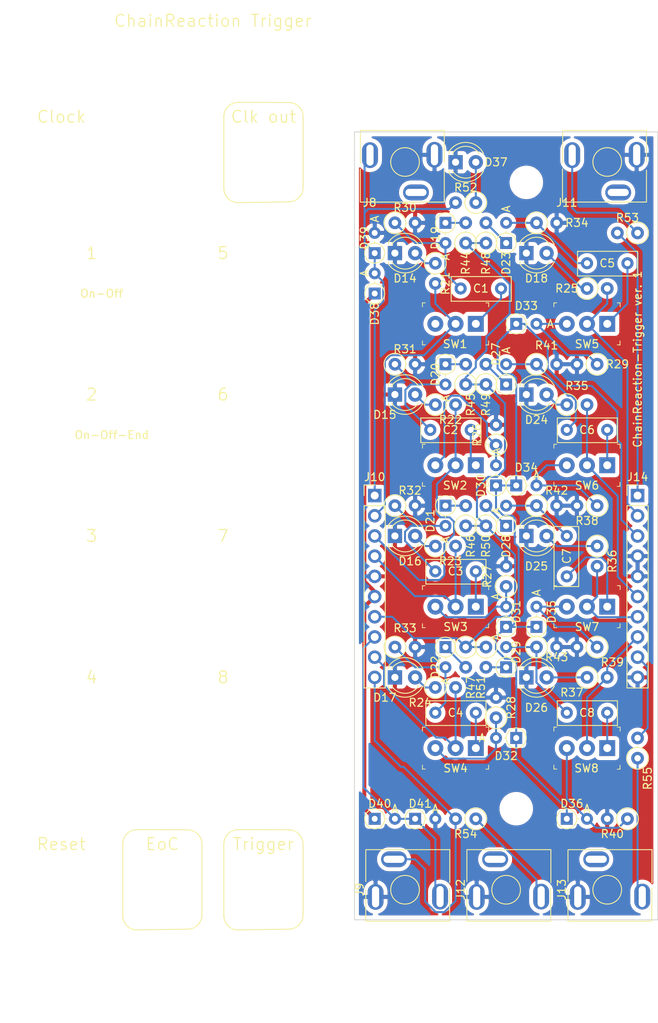
<source format=kicad_pcb>
(kicad_pcb (version 20171130) (host pcbnew "(5.1.8-0-10_14)")
  (layers (0 F.Cu signal) (31 B.Cu signal) (34 B.Paste user) (35 F.Paste user) (36 B.SilkS user) (37 F.SilkS user) (38 B.Mask user) (39 F.Mask user) (44 Edge.Cuts user))
  (net 0 "")
  (net 1 "Net-(C1-Pad2)")
  (net 2 "Net-(C1-Pad1)")
  (net 3 "Net-(C2-Pad1)")
  (net 4 "Net-(C2-Pad2)")
  (net 5 "Net-(C3-Pad2)")
  (net 6 "Net-(C3-Pad1)")
  (net 7 "Net-(C4-Pad1)")
  (net 8 "Net-(C4-Pad2)")
  (net 9 "Net-(C5-Pad2)")
  (net 10 "Net-(C5-Pad1)")
  (net 11 "Net-(C6-Pad1)")
  (net 12 "Net-(C6-Pad2)")
  (net 13 "Net-(C7-Pad2)")
  (net 14 "Net-(C7-Pad1)")
  (net 15 "Net-(C8-Pad1)")
  (net 16 "Net-(C8-Pad2)")
  (net 17 GND)
  (net 18 "Net-(D14-Pad2)")
  (net 19 "Net-(D15-Pad2)")
  (net 20 "Net-(D16-Pad2)")
  (net 21 "Net-(D17-Pad2)")
  (net 22 "Net-(D18-Pad2)")
  (net 23 /Trigger_Interface/trg1)
  (net 24 /Trigger_Interface/trg2)
  (net 25 /Trigger_Interface/trg3)
  (net 26 /Trigger_Interface/trg4)
  (net 27 /Trigger_Interface/trg5)
  (net 28 "Net-(D24-Pad2)")
  (net 29 "Net-(D25-Pad2)")
  (net 30 "Net-(D26-Pad2)")
  (net 31 /Trigger_Interface/trg6)
  (net 32 /Trigger_Interface/trg7)
  (net 33 /Trigger_Interface/trg8)
  (net 34 /Trigger_Interface/stop)
  (net 35 /Trigger_Interface/stop2)
  (net 36 /Trigger_Interface/stop3)
  (net 37 /Trigger_Interface/stop4)
  (net 38 /Trigger_Interface/stop5)
  (net 39 /Trigger_Interface/stop6)
  (net 40 /Trigger_Interface/stop7)
  (net 41 /Trigger_Interface/stop8)
  (net 42 "Net-(D37-Pad2)")
  (net 43 /Trigger_Interface/clock)
  (net 44 +12V)
  (net 45 /Trigger_Interface/reset)
  (net 46 "Net-(J8-PadTN)")
  (net 47 /Trigger_Interface/EoC)
  (net 48 /Trigger_Interface/trigger_out)
  (net 49 /Trigger_Interface/Q3)
  (net 50 /Trigger_Interface/Q2)
  (net 51 /Trigger_Interface/Q1)
  (net 52 /Trigger_Interface/Q0)
  (net 53 "Net-(J11-PadT)")
  (net 54 "Net-(J11-PadTN)")
  (net 55 "Net-(J12-PadTN)")
  (net 56 "Net-(J12-PadT)")
  (net 57 "Net-(J13-PadTN)")
  (net 58 "Net-(J13-PadT)")
  (net 59 /Trigger_Interface/clock_out)
  (net 60 /Trigger_Interface/trg)
  (net 61 /Trigger_Interface/Q4)
  (net 62 /Trigger_Interface/Q5)
  (net 63 /Trigger_Interface/Q6)
  (net 64 /Trigger_Interface/Q7)
  (net 65 "Net-(SW1-Pad3)")
  (module Attenuverter:MJ-355_3.5mm_mono_jack (layer F.Cu) (at 76.2 111.76 270)
    (fp_text reference J13 (at 0 5.715 90) (layer F.SilkS))
    (fp_text value trigger_out)
    (pad TN thru_hole oval (at -3.8 1.38 180) (size 3.25 2) (drill oval 2.65 0.9) (layers *.Cu *.Mask) (net 57 "Net-(J13-PadTN)"))
    (pad T thru_hole oval (at 0.89 -4.4 90) (size 3.25 2) (drill oval 2.65 0.9) (layers *.Cu *.Mask) (net 58 "Net-(J13-PadT)"))
    (pad S thru_hole oval (at 0.93 3.7 90) (size 3.25 2) (drill oval 2.65 0.9) (layers *.Cu *.Mask) (net 17 GND))
  )
  (module Attenuverter:MJ-355_3.5mm_mono_jack (layer F.Cu) (at 63.5 111.76 270)
    (fp_text reference J12 (at 0 5.715 90) (layer F.SilkS))
    (fp_text value EoC)
    (pad TN thru_hole oval (at -3.8 1.38 180) (size 3.25 2) (drill oval 2.65 0.9) (layers *.Cu *.Mask) (net 55 "Net-(J12-PadTN)"))
    (pad T thru_hole oval (at 0.89 -4.4 90) (size 3.25 2) (drill oval 2.65 0.9) (layers *.Cu *.Mask) (net 56 "Net-(J12-PadT)"))
    (pad S thru_hole oval (at 0.93 3.7 90) (size 3.25 2) (drill oval 2.65 0.9) (layers *.Cu *.Mask) (net 17 GND))
  )
  (module Attenuverter:MJ-355_3.5mm_mono_jack (layer F.Cu) (at 50.8 111.76 270)
    (fp_text reference J9 (at 0 5.715 90) (layer F.SilkS))
    (fp_text value reset)
    (pad TN thru_hole oval (at -3.8 1.38 180) (size 3.25 2) (drill oval 2.65 0.9) (layers *.Cu *.Mask) (net 47 /Trigger_Interface/EoC))
    (pad T thru_hole oval (at 0.89 -4.4 90) (size 3.25 2) (drill oval 2.65 0.9) (layers *.Cu *.Mask) (net 45 /Trigger_Interface/reset))
    (pad S thru_hole oval (at 0.93 3.7 90) (size 3.25 2) (drill oval 2.65 0.9) (layers *.Cu *.Mask) (net 17 GND))
  )
  (module Attenuverter:MJ-355_3.5mm_mono_jack (layer F.Cu) (at 76.2 20.32 90)
    (fp_text reference J11 (at -5.08 -5.08 180) (layer F.SilkS))
    (fp_text value clock_out)
    (pad TN thru_hole oval (at -3.8 1.38) (size 3.25 2) (drill oval 2.65 0.9) (layers *.Cu *.Mask) (net 54 "Net-(J11-PadTN)"))
    (pad T thru_hole oval (at 0.89 -4.4 270) (size 3.25 2) (drill oval 2.65 0.9) (layers *.Cu *.Mask) (net 53 "Net-(J11-PadT)"))
    (pad S thru_hole oval (at 0.93 3.7 270) (size 3.25 2) (drill oval 2.65 0.9) (layers *.Cu *.Mask) (net 17 GND))
  )
  (module Attenuverter:MJ-355_3.5mm_mono_jack (layer F.Cu) (at 50.8 20.32 90)
    (fp_text reference J8 (at -5.08 -4.445 180) (layer F.SilkS))
    (fp_text value clock)
    (pad TN thru_hole oval (at -3.8 1.38) (size 3.25 2) (drill oval 2.65 0.9) (layers *.Cu *.Mask) (net 46 "Net-(J8-PadTN)"))
    (pad T thru_hole oval (at 0.89 -4.4 270) (size 3.25 2) (drill oval 2.65 0.9) (layers *.Cu *.Mask) (net 43 /Trigger_Interface/clock))
    (pad S thru_hole oval (at 0.93 3.7 270) (size 3.25 2) (drill oval 2.65 0.9) (layers *.Cu *.Mask) (net 17 GND))
  )
  (module Attenuverter:annotation_3.5mm_jack_out (layer F.Cu) (at 33.02 20.32)
    (fp_text reference "Clk out" (at 0 -5.715) (layer F.SilkS) (effects (font (size 1.5 1.5))))
    (fp_text value annotation_3.5mm_jack_out hide)
    (pad 1 np_thru_hole circle (at 0 0) (size 6 6) (drill 6) (layers *.Cu *.Mask))
  )
  (module Attenuverter:annotation_3.5mm_jack_out (layer F.Cu) (at 33.02 111.76)
    (fp_text reference Trigger (at 0 -5.715) (layer F.SilkS) (effects (font (size 1.5 1.5))))
    (fp_text value annotation_3.5mm_jack_out hide)
    (pad 1 np_thru_hole circle (at 0 0) (size 6 6) (drill 6) (layers *.Cu *.Mask))
  )
  (module Attenuverter:annotation_3.5mm_jack_out (layer F.Cu) (at 20.32 111.76)
    (fp_text reference EoC (at 0 -5.715) (layer F.SilkS) (effects (font (size 1.5 1.5))))
    (fp_text value annotation_3.5mm_jack_out hide)
    (pad 1 np_thru_hole circle (at 0 0) (size 6 6) (drill 6) (layers *.Cu *.Mask))
  )
  (module MountingHole:MountingHole_3.2mm_M3 (layer F.Cu) (at 64.77 101.6)
    (fp_text reference REF** hide)
    (fp_text value MountingHole_3.2mm_M3 hide)
    (pad 1 np_thru_hole circle (at 0 0) (size 3.2 3.2) (drill 3.2) (layers *.Cu *.Mask))
  )
  (module MountingHole:MountingHole_3.2mm_M3 (layer F.Cu) (at 66.04 22.86)
    (fp_text reference REF** hide)
    (fp_text value MountingHole_3.2mm_M3 hide)
    (pad 1 np_thru_hole circle (at 0 0) (size 3.2 3.2) (drill 3.2) (layers *.Cu *.Mask))
  )
  (module MountingHole:MountingHole_4mm (layer F.Cu) (at 15.24 20.32)
    (fp_text reference clock hide)
    (fp_text value MountingHole_4mm hide)
    (pad 1 np_thru_hole circle (at 0 0) (size 4 4) (drill 4) (layers *.Cu *.Mask))
  )
  (module Attenuverter:annotation_3.5mm_jack_in (layer F.Cu) (at 7.62 111.76)
    (fp_text reference Reset (at 0 -5.715) (layer F.SilkS) (effects (font (size 1.5 1.5))))
    (fp_text value annotation_3.5mm_jack_in hide)
    (pad 1 np_thru_hole circle (at 0 0) (size 6 6) (drill 6) (layers *.Cu *.Mask))
  )
  (module Attenuverter:annotation_3.5mm_jack_in (layer F.Cu) (at 7.62 20.32)
    (fp_text reference Clock (at 0 -5.715) (layer F.SilkS) (effects (font (size 1.5 1.5))))
    (fp_text value annotation_3.5mm_jack_in hide)
    (pad 1 np_thru_hole circle (at 0 0) (size 6 6) (drill 6) (layers *.Cu *.Mask))
  )
  (module MountingHole:MountingHole_5mm (layer F.Cu) (at 30.48 40.64)
    (fp_text reference REF** hide)
    (fp_text value MountingHole_5mm hide)
    (pad 1 np_thru_hole circle (at 0 0) (size 5 5) (drill 5) (layers *.Cu *.Mask))
  )
  (module MountingHole:MountingHole_5mm (layer F.Cu) (at 13.97 40.64)
    (fp_text reference On-Off (at -1.27 -3.81) (layer F.SilkS))
    (fp_text value MountingHole_5mm hide)
    (pad 1 np_thru_hole circle (at 0 0) (size 5 5) (drill 5) (layers *.Cu *.Mask))
  )
  (module MountingHole:MountingHole_5mm (layer F.Cu) (at 30.48 58.42)
    (fp_text reference REF** hide)
    (fp_text value MountingHole_5mm hide)
    (pad 1 np_thru_hole circle (at 0 0) (size 5 5) (drill 5) (layers *.Cu *.Mask))
  )
  (module MountingHole:MountingHole_5mm (layer F.Cu) (at 13.97 58.42)
    (fp_text reference On-Off-End (at 0 -3.81) (layer F.SilkS))
    (fp_text value MountingHole_5mm hide)
    (pad 1 np_thru_hole circle (at 0 0) (size 5 5) (drill 5) (layers *.Cu *.Mask))
  )
  (module MountingHole:MountingHole_5mm (layer F.Cu) (at 30.48 76.2)
    (fp_text reference REF** hide)
    (fp_text value MountingHole_5mm hide)
    (pad 1 np_thru_hole circle (at 0 0) (size 5 5) (drill 5) (layers *.Cu *.Mask))
  )
  (module MountingHole:MountingHole_5mm (layer F.Cu) (at 13.97 76.2)
    (fp_text reference REF** hide)
    (fp_text value MountingHole_5mm hide)
    (pad 1 np_thru_hole circle (at 0 0) (size 5 5) (drill 5) (layers *.Cu *.Mask))
  )
  (module MountingHole:MountingHole_5mm (layer F.Cu) (at 30.48 93.98)
    (fp_text reference REF** hide)
    (fp_text value MountingHole_5mm hide)
    (pad 1 np_thru_hole circle (at 0 0) (size 5 5) (drill 5) (layers *.Cu *.Mask))
  )
  (module MountingHole:MountingHole_5mm (layer F.Cu) (at 13.97 93.98)
    (fp_text reference REF** hide)
    (fp_text value MountingHole_5mm hide)
    (pad 1 np_thru_hole circle (at 0 0) (size 5 5) (drill 5) (layers *.Cu *.Mask))
  )
  (module MountingHole:MountingHole_4mm (layer F.Cu) (at 24.13 85.09)
    (fp_text reference 8 (at 3.81 0) (layer F.SilkS) (effects (font (size 1.5 1.5))))
    (fp_text value MountingHole_4mm hide)
    (pad 1 np_thru_hole circle (at 0 0) (size 4 4) (drill 4) (layers *.Cu *.Mask))
  )
  (module MountingHole:MountingHole_4mm (layer F.Cu) (at 7.62 85.09)
    (fp_text reference 4 (at 3.81 0) (layer F.SilkS) (effects (font (size 1.5 1.5))))
    (fp_text value MountingHole_4mm hide)
    (pad 1 np_thru_hole circle (at 0 0) (size 4 4) (drill 4) (layers *.Cu *.Mask))
  )
  (module MountingHole:MountingHole_4mm (layer F.Cu) (at 24.13 67.31)
    (fp_text reference 7 (at 3.81 0) (layer F.SilkS) (effects (font (size 1.5 1.5))))
    (fp_text value MountingHole_4mm hide)
    (pad 1 np_thru_hole circle (at 0 0) (size 4 4) (drill 4) (layers *.Cu *.Mask))
  )
  (module MountingHole:MountingHole_4mm (layer F.Cu) (at 7.62 67.31)
    (fp_text reference 3 (at 3.81 0) (layer F.SilkS) (effects (font (size 1.5 1.5))))
    (fp_text value MountingHole_4mm hide)
    (pad 1 np_thru_hole circle (at 0 0) (size 4 4) (drill 4) (layers *.Cu *.Mask))
  )
  (module MountingHole:MountingHole_4mm (layer F.Cu) (at 24.13 49.53)
    (fp_text reference 6 (at 3.81 0) (layer F.SilkS) (effects (font (size 1.5 1.5))))
    (fp_text value MountingHole_4mm hide)
    (pad 1 np_thru_hole circle (at 0 0) (size 4 4) (drill 4) (layers *.Cu *.Mask))
  )
  (module MountingHole:MountingHole_4mm (layer F.Cu) (at 7.62 49.53)
    (fp_text reference 2 (at 3.81 0) (layer F.SilkS) (effects (font (size 1.5 1.5))))
    (fp_text value MountingHole_4mm hide)
    (pad 1 np_thru_hole circle (at 0 0) (size 4 4) (drill 4) (layers *.Cu *.Mask))
  )
  (module MountingHole:MountingHole_4mm (layer F.Cu) (at 24.13 31.75)
    (fp_text reference 5 (at 3.81 0) (layer F.SilkS) (effects (font (size 1.5 1.5))))
    (fp_text value MountingHole_4mm hide)
    (pad 1 np_thru_hole circle (at 0 0) (size 4 4) (drill 4) (layers *.Cu *.Mask))
  )
  (module MountingHole:MountingHole_4mm (layer F.Cu) (at 7.62 31.75)
    (fp_text reference 1 (at 3.81 0) (layer F.SilkS) (effects (font (size 1.5 1.5))))
    (fp_text value MountingHole_4mm hide)
    (pad 1 np_thru_hole circle (at 0 0) (size 4 4) (drill 4) (layers *.Cu *.Mask))
  )
  (module Attenuverter:C_Axial_L4.8mm_D3.1mm_P5.08mm_Horizontal (layer F.Cu) (at 62.865 36.195 180)
    (fp_text reference C1 (at 2.54 0) (layer F.SilkS))
    (fp_text value 0.1u)
    (pad 2 thru_hole circle (at 5.08 0 180) (size 1.524 1.524) (drill 0.762) (layers *.Cu *.Mask) (net 1 "Net-(C1-Pad2)"))
    (pad 1 thru_hole circle (at 0 0 180) (size 1.524 1.524) (drill 0.762) (layers *.Cu *.Mask) (net 2 "Net-(C1-Pad1)"))
  )
  (module Attenuverter:C_Axial_L4.8mm_D3.1mm_P5.08mm_Horizontal (layer F.Cu) (at 59.055 53.975 180)
    (fp_text reference C2 (at 2.54 0) (layer F.SilkS))
    (fp_text value 0.1u)
    (pad 1 thru_hole circle (at 0 0 180) (size 1.524 1.524) (drill 0.762) (layers *.Cu *.Mask) (net 3 "Net-(C2-Pad1)"))
    (pad 2 thru_hole circle (at 5.08 0 180) (size 1.524 1.524) (drill 0.762) (layers *.Cu *.Mask) (net 4 "Net-(C2-Pad2)"))
  )
  (module Attenuverter:C_Axial_L4.8mm_D3.1mm_P5.08mm_Horizontal (layer F.Cu) (at 59.69 71.755 180)
    (fp_text reference C3 (at 2.54 0) (layer F.SilkS))
    (fp_text value 0.1u)
    (pad 2 thru_hole circle (at 5.08 0 180) (size 1.524 1.524) (drill 0.762) (layers *.Cu *.Mask) (net 5 "Net-(C3-Pad2)"))
    (pad 1 thru_hole circle (at 0 0 180) (size 1.524 1.524) (drill 0.762) (layers *.Cu *.Mask) (net 6 "Net-(C3-Pad1)"))
  )
  (module Attenuverter:C_Axial_L4.8mm_D3.1mm_P5.08mm_Horizontal (layer F.Cu) (at 59.69 89.535 180)
    (fp_text reference C4 (at 2.54 0) (layer F.SilkS))
    (fp_text value 0.1u)
    (pad 1 thru_hole circle (at 0 0 180) (size 1.524 1.524) (drill 0.762) (layers *.Cu *.Mask) (net 7 "Net-(C4-Pad1)"))
    (pad 2 thru_hole circle (at 5.08 0 180) (size 1.524 1.524) (drill 0.762) (layers *.Cu *.Mask) (net 8 "Net-(C4-Pad2)"))
  )
  (module Attenuverter:C_Axial_L4.8mm_D3.1mm_P5.08mm_Horizontal (layer F.Cu) (at 78.74 33.02 180)
    (fp_text reference C5 (at 2.54 0) (layer F.SilkS))
    (fp_text value 0.1u)
    (pad 2 thru_hole circle (at 5.08 0 180) (size 1.524 1.524) (drill 0.762) (layers *.Cu *.Mask) (net 9 "Net-(C5-Pad2)"))
    (pad 1 thru_hole circle (at 0 0 180) (size 1.524 1.524) (drill 0.762) (layers *.Cu *.Mask) (net 10 "Net-(C5-Pad1)"))
  )
  (module Attenuverter:C_Axial_L4.8mm_D3.1mm_P5.08mm_Horizontal (layer F.Cu) (at 76.2 53.975 180)
    (fp_text reference C6 (at 2.54 0) (layer F.SilkS))
    (fp_text value 0.1u)
    (pad 1 thru_hole circle (at 0 0 180) (size 1.524 1.524) (drill 0.762) (layers *.Cu *.Mask) (net 11 "Net-(C6-Pad1)"))
    (pad 2 thru_hole circle (at 5.08 0 180) (size 1.524 1.524) (drill 0.762) (layers *.Cu *.Mask) (net 12 "Net-(C6-Pad2)"))
  )
  (module Attenuverter:C_Axial_L4.8mm_D3.1mm_P5.08mm_Horizontal (layer F.Cu) (at 71.12 72.39 90)
    (fp_text reference C7 (at 2.54 0 90) (layer F.SilkS))
    (fp_text value 0.1u)
    (pad 2 thru_hole circle (at 5.08 0 90) (size 1.524 1.524) (drill 0.762) (layers *.Cu *.Mask) (net 13 "Net-(C7-Pad2)"))
    (pad 1 thru_hole circle (at 0 0 90) (size 1.524 1.524) (drill 0.762) (layers *.Cu *.Mask) (net 14 "Net-(C7-Pad1)"))
  )
  (module Attenuverter:C_Axial_L4.8mm_D3.1mm_P5.08mm_Horizontal (layer F.Cu) (at 76.2 89.535 180)
    (fp_text reference C8 (at 2.54 0) (layer F.SilkS))
    (fp_text value 0.1u)
    (pad 1 thru_hole circle (at 0 0 180) (size 1.524 1.524) (drill 0.762) (layers *.Cu *.Mask) (net 15 "Net-(C8-Pad1)"))
    (pad 2 thru_hole circle (at 5.08 0 180) (size 1.524 1.524) (drill 0.762) (layers *.Cu *.Mask) (net 16 "Net-(C8-Pad2)"))
  )
  (module LED_THT:LED_D4.0mm (layer F.Cu) (at 49.53 31.75)
    (fp_text reference D14 (at 1.27 3.175) (layer F.SilkS))
    (fp_text value 1)
    (pad 1 thru_hole rect (at 0 0) (size 1.8 1.8) (drill 0.9) (layers *.Cu *.Mask) (net 17 GND))
    (pad 2 thru_hole circle (at 2.54 0) (size 1.8 1.8) (drill 0.9) (layers *.Cu *.Mask) (net 18 "Net-(D14-Pad2)"))
  )
  (module LED_THT:LED_D4.0mm (layer F.Cu) (at 49.53 49.53)
    (fp_text reference D15 (at -1.27 2.54) (layer F.SilkS))
    (fp_text value 2)
    (pad 1 thru_hole rect (at 0 0) (size 1.8 1.8) (drill 0.9) (layers *.Cu *.Mask) (net 17 GND))
    (pad 2 thru_hole circle (at 2.54 0) (size 1.8 1.8) (drill 0.9) (layers *.Cu *.Mask) (net 19 "Net-(D15-Pad2)"))
  )
  (module LED_THT:LED_D4.0mm (layer F.Cu) (at 49.53 67.31)
    (fp_text reference D16 (at 1.905 3.175) (layer F.SilkS))
    (fp_text value 3)
    (pad 2 thru_hole circle (at 2.54 0) (size 1.8 1.8) (drill 0.9) (layers *.Cu *.Mask) (net 20 "Net-(D16-Pad2)"))
    (pad 1 thru_hole rect (at 0 0) (size 1.8 1.8) (drill 0.9) (layers *.Cu *.Mask) (net 17 GND))
  )
  (module LED_THT:LED_D4.0mm (layer F.Cu) (at 49.53 85.09)
    (fp_text reference D17 (at -1.27 2.54) (layer F.SilkS))
    (fp_text value 4)
    (pad 1 thru_hole rect (at 0 0) (size 1.8 1.8) (drill 0.9) (layers *.Cu *.Mask) (net 17 GND))
    (pad 2 thru_hole circle (at 2.54 0) (size 1.8 1.8) (drill 0.9) (layers *.Cu *.Mask) (net 21 "Net-(D17-Pad2)"))
  )
  (module LED_THT:LED_D4.0mm (layer F.Cu) (at 66.04 31.75)
    (fp_text reference D18 (at 1.27 3.175) (layer F.SilkS))
    (fp_text value 5)
    (pad 1 thru_hole rect (at 0 0) (size 1.8 1.8) (drill 0.9) (layers *.Cu *.Mask) (net 17 GND))
    (pad 2 thru_hole circle (at 2.54 0) (size 1.8 1.8) (drill 0.9) (layers *.Cu *.Mask) (net 22 "Net-(D18-Pad2)"))
  )
  (module Diode_THT:D_DO-34_SOD68_P2.54mm_Vertical_AnodeUp (layer F.Cu) (at 55.88 27.94 270)
    (fp_text reference D19 (at 1.905 1.27 90) (layer F.SilkS))
    (fp_text value D)
    (fp_text user A (at 4.29 0 90) (layer F.SilkS))
    (pad 1 thru_hole rect (at 0 0 270) (size 1.5 1.5) (drill 0.75) (layers *.Cu *.Mask) (net 23 /Trigger_Interface/trg1))
    (pad 2 thru_hole oval (at 2.54 0 270) (size 1.5 1.5) (drill 0.75) (layers *.Cu *.Mask) (net 1 "Net-(C1-Pad2)"))
  )
  (module Diode_THT:D_DO-34_SOD68_P2.54mm_Vertical_AnodeUp (layer F.Cu) (at 55.88 45.72 270)
    (fp_text reference D20 (at 1.27 1.27 90) (layer F.SilkS))
    (fp_text value D)
    (fp_text user A (at 4.29 0 90) (layer F.SilkS))
    (pad 2 thru_hole oval (at 2.54 0 270) (size 1.5 1.5) (drill 0.75) (layers *.Cu *.Mask) (net 4 "Net-(C2-Pad2)"))
    (pad 1 thru_hole rect (at 0 0 270) (size 1.5 1.5) (drill 0.75) (layers *.Cu *.Mask) (net 24 /Trigger_Interface/trg2))
  )
  (module Diode_THT:D_DO-34_SOD68_P2.54mm_Vertical_AnodeUp (layer F.Cu) (at 55.88 63.5 270)
    (fp_text reference D21 (at 1.905 1.905 90) (layer F.SilkS))
    (fp_text value D)
    (fp_text user A (at 4.29 0 90) (layer F.SilkS))
    (pad 2 thru_hole oval (at 2.54 0 270) (size 1.5 1.5) (drill 0.75) (layers *.Cu *.Mask) (net 5 "Net-(C3-Pad2)"))
    (pad 1 thru_hole rect (at 0 0 270) (size 1.5 1.5) (drill 0.75) (layers *.Cu *.Mask) (net 25 /Trigger_Interface/trg3))
  )
  (module Diode_THT:D_DO-34_SOD68_P2.54mm_Vertical_AnodeUp (layer F.Cu) (at 55.88 81.28 270)
    (fp_text reference D22 (at 2.54 1.27 90) (layer F.SilkS))
    (fp_text value D)
    (fp_text user A (at 4.29 0 90) (layer F.SilkS))
    (pad 2 thru_hole oval (at 2.54 0 270) (size 1.5 1.5) (drill 0.75) (layers *.Cu *.Mask) (net 8 "Net-(C4-Pad2)"))
    (pad 1 thru_hole rect (at 0 0 270) (size 1.5 1.5) (drill 0.75) (layers *.Cu *.Mask) (net 26 /Trigger_Interface/trg4))
  )
  (module Diode_THT:D_DO-34_SOD68_P2.54mm_Vertical_AnodeUp (layer F.Cu) (at 63.5 30.48 90)
    (fp_text reference D23 (at -2.54 0 90) (layer F.SilkS))
    (fp_text value D)
    (fp_text user A (at 4.29 0 90) (layer F.SilkS))
    (pad 1 thru_hole rect (at 0 0 90) (size 1.5 1.5) (drill 0.75) (layers *.Cu *.Mask) (net 27 /Trigger_Interface/trg5))
    (pad 2 thru_hole oval (at 2.54 0 90) (size 1.5 1.5) (drill 0.75) (layers *.Cu *.Mask) (net 9 "Net-(C5-Pad2)"))
  )
  (module LED_THT:LED_D4.0mm (layer F.Cu) (at 66.04 49.53)
    (fp_text reference D24 (at 1.27 3.175) (layer F.SilkS))
    (fp_text value 6)
    (pad 1 thru_hole rect (at 0 0) (size 1.8 1.8) (drill 0.9) (layers *.Cu *.Mask) (net 17 GND))
    (pad 2 thru_hole circle (at 2.54 0) (size 1.8 1.8) (drill 0.9) (layers *.Cu *.Mask) (net 28 "Net-(D24-Pad2)"))
  )
  (module LED_THT:LED_D4.0mm (layer F.Cu) (at 66.04 67.31)
    (fp_text reference D25 (at 1.27 3.81) (layer F.SilkS))
    (fp_text value 7)
    (pad 2 thru_hole circle (at 2.54 0) (size 1.8 1.8) (drill 0.9) (layers *.Cu *.Mask) (net 29 "Net-(D25-Pad2)"))
    (pad 1 thru_hole rect (at 0 0) (size 1.8 1.8) (drill 0.9) (layers *.Cu *.Mask) (net 17 GND))
  )
  (module LED_THT:LED_D4.0mm (layer F.Cu) (at 66.04 85.09)
    (fp_text reference D26 (at 1.27 3.81) (layer F.SilkS))
    (fp_text value 8)
    (pad 2 thru_hole circle (at 2.54 0) (size 1.8 1.8) (drill 0.9) (layers *.Cu *.Mask) (net 30 "Net-(D26-Pad2)"))
    (pad 1 thru_hole rect (at 0 0) (size 1.8 1.8) (drill 0.9) (layers *.Cu *.Mask) (net 17 GND))
  )
  (module Diode_THT:D_DO-34_SOD68_P2.54mm_Vertical_AnodeUp (layer F.Cu) (at 63.5 48.26 90)
    (fp_text reference D27 (at 3.81 -1.27 90) (layer F.SilkS))
    (fp_text value D)
    (fp_text user A (at 4.29 0 90) (layer F.SilkS))
    (pad 2 thru_hole oval (at 2.54 0 90) (size 1.5 1.5) (drill 0.75) (layers *.Cu *.Mask) (net 12 "Net-(C6-Pad2)"))
    (pad 1 thru_hole rect (at 0 0 90) (size 1.5 1.5) (drill 0.75) (layers *.Cu *.Mask) (net 31 /Trigger_Interface/trg6))
  )
  (module Diode_THT:D_DO-34_SOD68_P2.54mm_Vertical_AnodeUp (layer F.Cu) (at 63.5 66.04 90)
    (fp_text reference D28 (at -2.54 0 90) (layer F.SilkS))
    (fp_text value D)
    (fp_text user A (at 1.905 -1.27 90) (layer F.SilkS))
    (pad 1 thru_hole rect (at 0 0 90) (size 1.5 1.5) (drill 0.75) (layers *.Cu *.Mask) (net 32 /Trigger_Interface/trg7))
    (pad 2 thru_hole oval (at 2.54 0 90) (size 1.5 1.5) (drill 0.75) (layers *.Cu *.Mask) (net 13 "Net-(C7-Pad2)"))
  )
  (module Diode_THT:D_DO-34_SOD68_P2.54mm_Vertical_AnodeUp (layer F.Cu) (at 63.5 83.82 90)
    (fp_text reference D29 (at 1.905 1.27 90) (layer F.SilkS))
    (fp_text value D)
    (fp_text user A (at 3.81 -1.27 90) (layer F.SilkS))
    (pad 1 thru_hole rect (at 0 0 90) (size 1.5 1.5) (drill 0.75) (layers *.Cu *.Mask) (net 33 /Trigger_Interface/trg8))
    (pad 2 thru_hole oval (at 2.54 0 90) (size 1.5 1.5) (drill 0.75) (layers *.Cu *.Mask) (net 16 "Net-(C8-Pad2)"))
  )
  (module Diode_THT:D_DO-34_SOD68_P2.54mm_Vertical_AnodeUp (layer F.Cu) (at 62.23 60.96 90)
    (fp_text reference D30 (at 0 -1.905 90) (layer F.SilkS))
    (fp_text value D)
    (fp_text user A (at 4.29 0 90) (layer F.SilkS))
    (pad 1 thru_hole rect (at 0 0 90) (size 1.5 1.5) (drill 0.75) (layers *.Cu *.Mask) (net 34 /Trigger_Interface/stop))
    (pad 2 thru_hole oval (at 2.54 0 90) (size 1.5 1.5) (drill 0.75) (layers *.Cu *.Mask) (net 35 /Trigger_Interface/stop2))
  )
  (module Diode_THT:D_DO-34_SOD68_P2.54mm_Vertical_AnodeUp (layer F.Cu) (at 63.5 78.74 90)
    (fp_text reference D31 (at 1.905 1.27 90) (layer F.SilkS))
    (fp_text value D)
    (fp_text user A (at 3.81 -1.27 90) (layer F.SilkS))
    (pad 2 thru_hole oval (at 2.54 0 90) (size 1.5 1.5) (drill 0.75) (layers *.Cu *.Mask) (net 36 /Trigger_Interface/stop3))
    (pad 1 thru_hole rect (at 0 0 90) (size 1.5 1.5) (drill 0.75) (layers *.Cu *.Mask) (net 34 /Trigger_Interface/stop))
  )
  (module Diode_THT:D_DO-34_SOD68_P2.54mm_Vertical_AnodeUp (layer F.Cu) (at 64.77 92.71 180)
    (fp_text reference D32 (at 1.27 -2.25566) (layer F.SilkS))
    (fp_text value D)
    (fp_text user A (at 4.29 0) (layer F.SilkS))
    (pad 1 thru_hole rect (at 0 0 180) (size 1.5 1.5) (drill 0.75) (layers *.Cu *.Mask) (net 34 /Trigger_Interface/stop))
    (pad 2 thru_hole oval (at 2.54 0 180) (size 1.5 1.5) (drill 0.75) (layers *.Cu *.Mask) (net 37 /Trigger_Interface/stop4))
  )
  (module Diode_THT:D_DO-34_SOD68_P2.54mm_Vertical_AnodeUp (layer F.Cu) (at 64.77 40.64)
    (fp_text reference D33 (at 1.27 -2.25566) (layer F.SilkS))
    (fp_text value D)
    (fp_text user A (at 4.29 0) (layer F.SilkS))
    (pad 2 thru_hole oval (at 2.54 0) (size 1.5 1.5) (drill 0.75) (layers *.Cu *.Mask) (net 38 /Trigger_Interface/stop5))
    (pad 1 thru_hole rect (at 0 0) (size 1.5 1.5) (drill 0.75) (layers *.Cu *.Mask) (net 34 /Trigger_Interface/stop))
  )
  (module Diode_THT:D_DO-34_SOD68_P2.54mm_Vertical_AnodeUp (layer F.Cu) (at 64.77 60.96)
    (fp_text reference D34 (at 1.27 -2.25566) (layer F.SilkS))
    (fp_text value D)
    (fp_text user A (at 2.54 -1.27) (layer F.SilkS))
    (pad 1 thru_hole rect (at 0 0) (size 1.5 1.5) (drill 0.75) (layers *.Cu *.Mask) (net 34 /Trigger_Interface/stop))
    (pad 2 thru_hole oval (at 2.54 0) (size 1.5 1.5) (drill 0.75) (layers *.Cu *.Mask) (net 39 /Trigger_Interface/stop6))
  )
  (module Diode_THT:D_DO-34_SOD68_P2.54mm_Vertical_AnodeUp (layer F.Cu) (at 67.31 78.74 90)
    (fp_text reference D35 (at 1.905 1.905 90) (layer F.SilkS))
    (fp_text value D)
    (fp_text user A (at 4.29 0 90) (layer F.SilkS))
    (pad 1 thru_hole rect (at 0 0 90) (size 1.5 1.5) (drill 0.75) (layers *.Cu *.Mask) (net 34 /Trigger_Interface/stop))
    (pad 2 thru_hole oval (at 2.54 0 90) (size 1.5 1.5) (drill 0.75) (layers *.Cu *.Mask) (net 40 /Trigger_Interface/stop7))
  )
  (module Diode_THT:D_DO-34_SOD68_P2.54mm_Vertical_AnodeUp (layer F.Cu) (at 71.12 102.87)
    (fp_text reference D36 (at 0.635 -1.905) (layer F.SilkS))
    (fp_text value D)
    (fp_text user A (at 2.54 -1.27) (layer F.SilkS))
    (pad 2 thru_hole oval (at 2.54 0) (size 1.5 1.5) (drill 0.75) (layers *.Cu *.Mask) (net 41 /Trigger_Interface/stop8))
    (pad 1 thru_hole rect (at 0 0) (size 1.5 1.5) (drill 0.75) (layers *.Cu *.Mask) (net 34 /Trigger_Interface/stop))
  )
  (module LED_THT:LED_D4.0mm (layer F.Cu) (at 57.15 20.32)
    (fp_text reference D37 (at 5.08 0) (layer F.SilkS))
    (fp_text value clock)
    (pad 2 thru_hole circle (at 2.54 0) (size 1.8 1.8) (drill 0.9) (layers *.Cu *.Mask) (net 42 "Net-(D37-Pad2)"))
    (pad 1 thru_hole rect (at 0 0) (size 1.8 1.8) (drill 0.9) (layers *.Cu *.Mask) (net 17 GND))
  )
  (module Diode_THT:D_DO-34_SOD68_P2.54mm_Vertical_AnodeUp (layer F.Cu) (at 46.99 36.83 90)
    (fp_text reference D38 (at -2.54 0 90) (layer F.SilkS))
    (fp_text value D)
    (fp_text user A (at 2.54 -1.27 90) (layer F.SilkS))
    (pad 2 thru_hole oval (at 2.54 0 90) (size 1.5 1.5) (drill 0.75) (layers *.Cu *.Mask) (net 43 /Trigger_Interface/clock))
    (pad 1 thru_hole rect (at 0 0 90) (size 1.5 1.5) (drill 0.75) (layers *.Cu *.Mask) (net 44 +12V))
  )
  (module Diode_THT:D_DO-34_SOD68_P2.54mm_Vertical_AnodeUp (layer F.Cu) (at 46.99 31.75 90)
    (fp_text reference D39 (at 1.905 -1.27 90) (layer F.SilkS))
    (fp_text value D)
    (fp_text user A (at 4.29 0 90) (layer F.SilkS))
    (pad 1 thru_hole rect (at 0 0 90) (size 1.5 1.5) (drill 0.75) (layers *.Cu *.Mask) (net 43 /Trigger_Interface/clock))
    (pad 2 thru_hole oval (at 2.54 0 90) (size 1.5 1.5) (drill 0.75) (layers *.Cu *.Mask) (net 17 GND))
  )
  (module Diode_THT:D_DO-34_SOD68_P2.54mm_Vertical_AnodeUp (layer F.Cu) (at 46.99 102.87)
    (fp_text reference D40 (at 0.635 -1.905) (layer F.SilkS))
    (fp_text value D)
    (fp_text user A (at 2.54 -1.27) (layer F.SilkS))
    (pad 2 thru_hole oval (at 2.54 0) (size 1.5 1.5) (drill 0.75) (layers *.Cu *.Mask) (net 45 /Trigger_Interface/reset))
    (pad 1 thru_hole rect (at 0 0) (size 1.5 1.5) (drill 0.75) (layers *.Cu *.Mask) (net 44 +12V))
  )
  (module Diode_THT:D_DO-34_SOD68_P2.54mm_Vertical_AnodeUp (layer F.Cu) (at 52.07 102.87)
    (fp_text reference D41 (at 0.635 -1.905) (layer F.SilkS))
    (fp_text value D)
    (fp_text user A (at 2.54 -1.27) (layer F.SilkS))
    (pad 1 thru_hole rect (at 0 0) (size 1.5 1.5) (drill 0.75) (layers *.Cu *.Mask) (net 45 /Trigger_Interface/reset))
    (pad 2 thru_hole oval (at 2.54 0) (size 1.5 1.5) (drill 0.75) (layers *.Cu *.Mask) (net 17 GND))
  )
  (module Connector_PinHeader_2.54mm:PinHeader_1x10_P2.54mm_Vertical (layer F.Cu) (at 46.99 62.23)
    (fp_text reference J10 (at 0 -2.33) (layer F.SilkS))
    (fp_text value conn_L)
    (pad 10 thru_hole oval (at 0 22.86) (size 1.7 1.7) (drill 1) (layers *.Cu *.Mask) (net 47 /Trigger_Interface/EoC))
    (pad 9 thru_hole oval (at 0 20.32) (size 1.7 1.7) (drill 1) (layers *.Cu *.Mask) (net 49 /Trigger_Interface/Q3))
    (pad 8 thru_hole oval (at 0 17.78) (size 1.7 1.7) (drill 1) (layers *.Cu *.Mask) (net 45 /Trigger_Interface/reset))
    (pad 7 thru_hole oval (at 0 15.24) (size 1.7 1.7) (drill 1) (layers *.Cu *.Mask) (net 60 /Trigger_Interface/trg))
    (pad 6 thru_hole oval (at 0 12.7) (size 1.7 1.7) (drill 1) (layers *.Cu *.Mask) (net 44 +12V))
    (pad 5 thru_hole oval (at 0 10.16) (size 1.7 1.7) (drill 1) (layers *.Cu *.Mask) (net 17 GND))
    (pad 4 thru_hole oval (at 0 7.62) (size 1.7 1.7) (drill 1) (layers *.Cu *.Mask) (net 50 /Trigger_Interface/Q2))
    (pad 3 thru_hole oval (at 0 5.08) (size 1.7 1.7) (drill 1) (layers *.Cu *.Mask) (net 51 /Trigger_Interface/Q1))
    (pad 2 thru_hole oval (at 0 2.54) (size 1.7 1.7) (drill 1) (layers *.Cu *.Mask) (net 52 /Trigger_Interface/Q0))
    (pad 1 thru_hole rect (at 0 0) (size 1.7 1.7) (drill 1) (layers *.Cu *.Mask) (net 43 /Trigger_Interface/clock))
  )
  (module Connector_PinHeader_2.54mm:PinHeader_1x10_P2.54mm_Vertical (layer F.Cu) (at 80.01 62.23)
    (fp_text reference J14 (at 0 -2.33) (layer F.SilkS))
    (fp_text value conn_R)
    (pad 1 thru_hole rect (at 0 0) (size 1.7 1.7) (drill 1) (layers *.Cu *.Mask) (net 59 /Trigger_Interface/clock_out))
    (pad 2 thru_hole oval (at 0 2.54) (size 1.7 1.7) (drill 1) (layers *.Cu *.Mask) (net 61 /Trigger_Interface/Q4))
    (pad 3 thru_hole oval (at 0 5.08) (size 1.7 1.7) (drill 1) (layers *.Cu *.Mask) (net 34 /Trigger_Interface/stop))
    (pad 4 thru_hole oval (at 0 7.62) (size 1.7 1.7) (drill 1) (layers *.Cu *.Mask) (net 17 GND))
    (pad 5 thru_hole oval (at 0 10.16) (size 1.7 1.7) (drill 1) (layers *.Cu *.Mask) (net 17 GND))
    (pad 6 thru_hole oval (at 0 12.7) (size 1.7 1.7) (drill 1) (layers *.Cu *.Mask) (net 62 /Trigger_Interface/Q5))
    (pad 7 thru_hole oval (at 0 15.24) (size 1.7 1.7) (drill 1) (layers *.Cu *.Mask) (net 63 /Trigger_Interface/Q6))
    (pad 8 thru_hole oval (at 0 17.78) (size 1.7 1.7) (drill 1) (layers *.Cu *.Mask) (net 64 /Trigger_Interface/Q7))
    (pad 9 thru_hole oval (at 0 20.32) (size 1.7 1.7) (drill 1) (layers *.Cu *.Mask) (net 48 /Trigger_Interface/trigger_out))
    (pad 10 thru_hole oval (at 0 22.86) (size 1.7 1.7) (drill 1) (layers *.Cu *.Mask) (net 17 GND))
  )
  (module Resistor_THT:R_Axial_DIN0207_L6.3mm_D2.5mm_P2.54mm_Vertical (layer F.Cu) (at 54.61 33.02 270)
    (fp_text reference R21 (at 2.54 -1.27 90) (layer F.SilkS))
    (fp_text value 10k)
    (pad 2 thru_hole oval (at 2.54 0 270) (size 1.6 1.6) (drill 0.8) (layers *.Cu *.Mask) (net 52 /Trigger_Interface/Q0))
    (pad 1 thru_hole circle (at 0 0 270) (size 1.6 1.6) (drill 0.8) (layers *.Cu *.Mask) (net 18 "Net-(D14-Pad2)"))
  )
  (module Resistor_THT:R_Axial_DIN0207_L6.3mm_D2.5mm_P2.54mm_Vertical (layer F.Cu) (at 54.61 50.8)
    (fp_text reference R22 (at 1.905 1.905) (layer F.SilkS))
    (fp_text value 10k)
    (pad 2 thru_hole oval (at 2.54 0) (size 1.6 1.6) (drill 0.8) (layers *.Cu *.Mask) (net 51 /Trigger_Interface/Q1))
    (pad 1 thru_hole circle (at 0 0) (size 1.6 1.6) (drill 0.8) (layers *.Cu *.Mask) (net 19 "Net-(D15-Pad2)"))
  )
  (module Resistor_THT:R_Axial_DIN0207_L6.3mm_D2.5mm_P2.54mm_Vertical (layer F.Cu) (at 54.61 68.58)
    (fp_text reference R23 (at 1.905 1.905) (layer F.SilkS))
    (fp_text value 10k)
    (pad 1 thru_hole circle (at 0 0) (size 1.6 1.6) (drill 0.8) (layers *.Cu *.Mask) (net 20 "Net-(D16-Pad2)"))
    (pad 2 thru_hole oval (at 2.54 0) (size 1.6 1.6) (drill 0.8) (layers *.Cu *.Mask) (net 50 /Trigger_Interface/Q2))
  )
  (module Resistor_THT:R_Axial_DIN0207_L6.3mm_D2.5mm_P2.54mm_Vertical (layer F.Cu) (at 54.61 86.36)
    (fp_text reference R24 (at -1.905 1.905) (layer F.SilkS))
    (fp_text value 10k)
    (pad 2 thru_hole oval (at 2.54 0) (size 1.6 1.6) (drill 0.8) (layers *.Cu *.Mask) (net 49 /Trigger_Interface/Q3))
    (pad 1 thru_hole circle (at 0 0) (size 1.6 1.6) (drill 0.8) (layers *.Cu *.Mask) (net 21 "Net-(D17-Pad2)"))
  )
  (module Resistor_THT:R_Axial_DIN0207_L6.3mm_D2.5mm_P2.54mm_Vertical (layer F.Cu) (at 73.66 36.195)
    (fp_text reference R25 (at -2.54 0) (layer F.SilkS))
    (fp_text value 10k)
    (pad 1 thru_hole circle (at 0 0) (size 1.6 1.6) (drill 0.8) (layers *.Cu *.Mask) (net 22 "Net-(D18-Pad2)"))
    (pad 2 thru_hole oval (at 2.54 0) (size 1.6 1.6) (drill 0.8) (layers *.Cu *.Mask) (net 61 /Trigger_Interface/Q4))
  )
  (module Resistor_THT:R_Axial_DIN0207_L6.3mm_D2.5mm_P2.54mm_Vertical (layer F.Cu) (at 62.23 55.88 90)
    (fp_text reference R26 (at 1.27 -2.37 90) (layer F.SilkS))
    (fp_text value 100k)
    (pad 1 thru_hole circle (at 0 0 90) (size 1.6 1.6) (drill 0.8) (layers *.Cu *.Mask) (net 35 /Trigger_Interface/stop2))
    (pad 2 thru_hole oval (at 2.54 0 90) (size 1.6 1.6) (drill 0.8) (layers *.Cu *.Mask) (net 17 GND))
  )
  (module Resistor_THT:R_Axial_DIN0207_L6.3mm_D2.5mm_P2.54mm_Vertical (layer F.Cu) (at 63.5 73.66 90)
    (fp_text reference R27 (at 1.27 -2.37 90) (layer F.SilkS))
    (fp_text value 100k)
    (pad 2 thru_hole oval (at 2.54 0 90) (size 1.6 1.6) (drill 0.8) (layers *.Cu *.Mask) (net 17 GND))
    (pad 1 thru_hole circle (at 0 0 90) (size 1.6 1.6) (drill 0.8) (layers *.Cu *.Mask) (net 36 /Trigger_Interface/stop3))
  )
  (module Resistor_THT:R_Axial_DIN0207_L6.3mm_D2.5mm_P2.54mm_Vertical (layer F.Cu) (at 62.23 90.17 90)
    (fp_text reference R28 (at 1.27 1.905 90) (layer F.SilkS))
    (fp_text value 100k)
    (pad 1 thru_hole circle (at 0 0 90) (size 1.6 1.6) (drill 0.8) (layers *.Cu *.Mask) (net 37 /Trigger_Interface/stop4))
    (pad 2 thru_hole oval (at 2.54 0 90) (size 1.6 1.6) (drill 0.8) (layers *.Cu *.Mask) (net 17 GND))
  )
  (module Resistor_THT:R_Axial_DIN0207_L6.3mm_D2.5mm_P2.54mm_Vertical (layer F.Cu) (at 74.93 45.72 180)
    (fp_text reference R29 (at -2.54 0) (layer F.SilkS))
    (fp_text value 100k)
    (pad 2 thru_hole oval (at 2.54 0 180) (size 1.6 1.6) (drill 0.8) (layers *.Cu *.Mask) (net 17 GND))
    (pad 1 thru_hole circle (at 0 0 180) (size 1.6 1.6) (drill 0.8) (layers *.Cu *.Mask) (net 38 /Trigger_Interface/stop5))
  )
  (module Resistor_THT:R_Axial_DIN0207_L6.3mm_D2.5mm_P2.54mm_Vertical (layer F.Cu) (at 49.53 27.94)
    (fp_text reference R30 (at 1.27 -1.905) (layer F.SilkS))
    (fp_text value 100k)
    (pad 1 thru_hole circle (at 0 0) (size 1.6 1.6) (drill 0.8) (layers *.Cu *.Mask) (net 1 "Net-(C1-Pad2)"))
    (pad 2 thru_hole oval (at 2.54 0) (size 1.6 1.6) (drill 0.8) (layers *.Cu *.Mask) (net 17 GND))
  )
  (module Resistor_THT:R_Axial_DIN0207_L6.3mm_D2.5mm_P2.54mm_Vertical (layer F.Cu) (at 49.53 45.72)
    (fp_text reference R31 (at 1.27 -1.905) (layer F.SilkS))
    (fp_text value 100k)
    (pad 1 thru_hole circle (at 0 0) (size 1.6 1.6) (drill 0.8) (layers *.Cu *.Mask) (net 4 "Net-(C2-Pad2)"))
    (pad 2 thru_hole oval (at 2.54 0) (size 1.6 1.6) (drill 0.8) (layers *.Cu *.Mask) (net 17 GND))
  )
  (module Resistor_THT:R_Axial_DIN0207_L6.3mm_D2.5mm_P2.54mm_Vertical (layer F.Cu) (at 49.53 63.5)
    (fp_text reference R32 (at 1.905 -1.905) (layer F.SilkS))
    (fp_text value 100k)
    (pad 2 thru_hole oval (at 2.54 0) (size 1.6 1.6) (drill 0.8) (layers *.Cu *.Mask) (net 17 GND))
    (pad 1 thru_hole circle (at 0 0) (size 1.6 1.6) (drill 0.8) (layers *.Cu *.Mask) (net 5 "Net-(C3-Pad2)"))
  )
  (module Resistor_THT:R_Axial_DIN0207_L6.3mm_D2.5mm_P2.54mm_Vertical (layer F.Cu) (at 49.53 81.28)
    (fp_text reference R33 (at 1.27 -2.37) (layer F.SilkS))
    (fp_text value 100k)
    (pad 1 thru_hole circle (at 0 0) (size 1.6 1.6) (drill 0.8) (layers *.Cu *.Mask) (net 8 "Net-(C4-Pad2)"))
    (pad 2 thru_hole oval (at 2.54 0) (size 1.6 1.6) (drill 0.8) (layers *.Cu *.Mask) (net 17 GND))
  )
  (module Resistor_THT:R_Axial_DIN0207_L6.3mm_D2.5mm_P2.54mm_Vertical (layer F.Cu) (at 67.31 27.94)
    (fp_text reference R34 (at 5.08 0) (layer F.SilkS))
    (fp_text value 100k)
    (pad 1 thru_hole circle (at 0 0) (size 1.6 1.6) (drill 0.8) (layers *.Cu *.Mask) (net 9 "Net-(C5-Pad2)"))
    (pad 2 thru_hole oval (at 2.54 0) (size 1.6 1.6) (drill 0.8) (layers *.Cu *.Mask) (net 17 GND))
  )
  (module Resistor_THT:R_Axial_DIN0207_L6.3mm_D2.5mm_P2.54mm_Vertical (layer F.Cu) (at 71.12 50.8)
    (fp_text reference R35 (at 1.27 -2.37) (layer F.SilkS))
    (fp_text value 10k)
    (pad 1 thru_hole circle (at 0 0) (size 1.6 1.6) (drill 0.8) (layers *.Cu *.Mask) (net 28 "Net-(D24-Pad2)"))
    (pad 2 thru_hole oval (at 2.54 0) (size 1.6 1.6) (drill 0.8) (layers *.Cu *.Mask) (net 62 /Trigger_Interface/Q5))
  )
  (module Resistor_THT:R_Axial_DIN0207_L6.3mm_D2.5mm_P2.54mm_Vertical (layer F.Cu) (at 74.93 68.58 270)
    (fp_text reference R36 (at 1.905 -1.905 90) (layer F.SilkS))
    (fp_text value 10k)
    (pad 2 thru_hole oval (at 2.54 0 270) (size 1.6 1.6) (drill 0.8) (layers *.Cu *.Mask) (net 63 /Trigger_Interface/Q6))
    (pad 1 thru_hole circle (at 0 0 270) (size 1.6 1.6) (drill 0.8) (layers *.Cu *.Mask) (net 29 "Net-(D25-Pad2)"))
  )
  (module Resistor_THT:R_Axial_DIN0207_L6.3mm_D2.5mm_P2.54mm_Vertical (layer F.Cu) (at 73.66 85.09)
    (fp_text reference R37 (at -1.905 1.905) (layer F.SilkS))
    (fp_text value 10k)
    (pad 1 thru_hole circle (at 0 0) (size 1.6 1.6) (drill 0.8) (layers *.Cu *.Mask) (net 30 "Net-(D26-Pad2)"))
    (pad 2 thru_hole oval (at 2.54 0) (size 1.6 1.6) (drill 0.8) (layers *.Cu *.Mask) (net 64 /Trigger_Interface/Q7))
  )
  (module Resistor_THT:R_Axial_DIN0207_L6.3mm_D2.5mm_P2.54mm_Vertical (layer F.Cu) (at 74.93 63.5 180)
    (fp_text reference R38 (at 1.27 -1.905) (layer F.SilkS))
    (fp_text value 100k)
    (pad 1 thru_hole circle (at 0 0 180) (size 1.6 1.6) (drill 0.8) (layers *.Cu *.Mask) (net 39 /Trigger_Interface/stop6))
    (pad 2 thru_hole oval (at 2.54 0 180) (size 1.6 1.6) (drill 0.8) (layers *.Cu *.Mask) (net 17 GND))
  )
  (module Resistor_THT:R_Axial_DIN0207_L6.3mm_D2.5mm_P2.54mm_Vertical (layer F.Cu) (at 74.93 81.28 180)
    (fp_text reference R39 (at -1.905 -1.905) (layer F.SilkS))
    (fp_text value 100k)
    (pad 2 thru_hole oval (at 2.54 0 180) (size 1.6 1.6) (drill 0.8) (layers *.Cu *.Mask) (net 17 GND))
    (pad 1 thru_hole circle (at 0 0 180) (size 1.6 1.6) (drill 0.8) (layers *.Cu *.Mask) (net 40 /Trigger_Interface/stop7))
  )
  (module Resistor_THT:R_Axial_DIN0207_L6.3mm_D2.5mm_P2.54mm_Vertical (layer F.Cu) (at 78.74 102.87 180)
    (fp_text reference R40 (at 1.905 -1.905) (layer F.SilkS))
    (fp_text value 100k)
    (pad 2 thru_hole oval (at 2.54 0 180) (size 1.6 1.6) (drill 0.8) (layers *.Cu *.Mask) (net 17 GND))
    (pad 1 thru_hole circle (at 0 0 180) (size 1.6 1.6) (drill 0.8) (layers *.Cu *.Mask) (net 41 /Trigger_Interface/stop8))
  )
  (module Resistor_THT:R_Axial_DIN0207_L6.3mm_D2.5mm_P2.54mm_Vertical (layer F.Cu) (at 67.31 45.72)
    (fp_text reference R41 (at 1.27 -2.37) (layer F.SilkS))
    (fp_text value 100k)
    (pad 1 thru_hole circle (at 0 0) (size 1.6 1.6) (drill 0.8) (layers *.Cu *.Mask) (net 12 "Net-(C6-Pad2)"))
    (pad 2 thru_hole oval (at 2.54 0) (size 1.6 1.6) (drill 0.8) (layers *.Cu *.Mask) (net 17 GND))
  )
  (module Resistor_THT:R_Axial_DIN0207_L6.3mm_D2.5mm_P2.54mm_Vertical (layer F.Cu) (at 67.31 63.5)
    (fp_text reference R42 (at 2.54 -1.905) (layer F.SilkS))
    (fp_text value 100k)
    (pad 2 thru_hole oval (at 2.54 0) (size 1.6 1.6) (drill 0.8) (layers *.Cu *.Mask) (net 17 GND))
    (pad 1 thru_hole circle (at 0 0) (size 1.6 1.6) (drill 0.8) (layers *.Cu *.Mask) (net 13 "Net-(C7-Pad2)"))
  )
  (module Resistor_THT:R_Axial_DIN0207_L6.3mm_D2.5mm_P2.54mm_Vertical (layer F.Cu) (at 67.31 81.28)
    (fp_text reference R43 (at 2.54 1.27) (layer F.SilkS))
    (fp_text value 100k)
    (pad 2 thru_hole oval (at 2.54 0) (size 1.6 1.6) (drill 0.8) (layers *.Cu *.Mask) (net 17 GND))
    (pad 1 thru_hole circle (at 0 0) (size 1.6 1.6) (drill 0.8) (layers *.Cu *.Mask) (net 16 "Net-(C8-Pad2)"))
  )
  (module Resistor_THT:R_Axial_DIN0207_L6.3mm_D2.5mm_P2.54mm_Vertical (layer F.Cu) (at 58.42 30.48 90)
    (fp_text reference R44 (at -2.54 0 90) (layer F.SilkS))
    (fp_text value 100k)
    (pad 2 thru_hole oval (at 2.54 0 90) (size 1.6 1.6) (drill 0.8) (layers *.Cu *.Mask) (net 23 /Trigger_Interface/trg1))
    (pad 1 thru_hole circle (at 0 0 90) (size 1.6 1.6) (drill 0.8) (layers *.Cu *.Mask) (net 60 /Trigger_Interface/trg))
  )
  (module Resistor_THT:R_Axial_DIN0207_L6.3mm_D2.5mm_P2.54mm_Vertical (layer F.Cu) (at 58.42 48.26 90)
    (fp_text reference R45 (at -2.54 0.635 90) (layer F.SilkS))
    (fp_text value 100k)
    (pad 1 thru_hole circle (at 0 0 90) (size 1.6 1.6) (drill 0.8) (layers *.Cu *.Mask) (net 60 /Trigger_Interface/trg))
    (pad 2 thru_hole oval (at 2.54 0 90) (size 1.6 1.6) (drill 0.8) (layers *.Cu *.Mask) (net 24 /Trigger_Interface/trg2))
  )
  (module Resistor_THT:R_Axial_DIN0207_L6.3mm_D2.5mm_P2.54mm_Vertical (layer F.Cu) (at 58.42 66.04 90)
    (fp_text reference R46 (at -2.54 0.635 90) (layer F.SilkS))
    (fp_text value 100k)
    (pad 1 thru_hole circle (at 0 0 90) (size 1.6 1.6) (drill 0.8) (layers *.Cu *.Mask) (net 60 /Trigger_Interface/trg))
    (pad 2 thru_hole oval (at 2.54 0 90) (size 1.6 1.6) (drill 0.8) (layers *.Cu *.Mask) (net 25 /Trigger_Interface/trg3))
  )
  (module Resistor_THT:R_Axial_DIN0207_L6.3mm_D2.5mm_P2.54mm_Vertical (layer F.Cu) (at 58.42 81.28 270)
    (fp_text reference R47 (at 5.08 -0.635 90) (layer F.SilkS))
    (fp_text value 100k)
    (pad 2 thru_hole oval (at 2.54 0 270) (size 1.6 1.6) (drill 0.8) (layers *.Cu *.Mask) (net 26 /Trigger_Interface/trg4))
    (pad 1 thru_hole circle (at 0 0 270) (size 1.6 1.6) (drill 0.8) (layers *.Cu *.Mask) (net 60 /Trigger_Interface/trg))
  )
  (module Resistor_THT:R_Axial_DIN0207_L6.3mm_D2.5mm_P2.54mm_Vertical (layer F.Cu) (at 60.96 30.48 90)
    (fp_text reference R48 (at -2.54 0 90) (layer F.SilkS))
    (fp_text value 100k)
    (pad 2 thru_hole oval (at 2.54 0 90) (size 1.6 1.6) (drill 0.8) (layers *.Cu *.Mask) (net 27 /Trigger_Interface/trg5))
    (pad 1 thru_hole circle (at 0 0 90) (size 1.6 1.6) (drill 0.8) (layers *.Cu *.Mask) (net 60 /Trigger_Interface/trg))
  )
  (module Resistor_THT:R_Axial_DIN0207_L6.3mm_D2.5mm_P2.54mm_Vertical (layer F.Cu) (at 60.96 48.26 90)
    (fp_text reference R49 (at -2.54 0 90) (layer F.SilkS))
    (fp_text value 100k)
    (pad 1 thru_hole circle (at 0 0 90) (size 1.6 1.6) (drill 0.8) (layers *.Cu *.Mask) (net 60 /Trigger_Interface/trg))
    (pad 2 thru_hole oval (at 2.54 0 90) (size 1.6 1.6) (drill 0.8) (layers *.Cu *.Mask) (net 31 /Trigger_Interface/trg6))
  )
  (module Resistor_THT:R_Axial_DIN0207_L6.3mm_D2.5mm_P2.54mm_Vertical (layer F.Cu) (at 60.96 66.04 90)
    (fp_text reference R50 (at -2.54 0 90) (layer F.SilkS))
    (fp_text value 100k)
    (pad 2 thru_hole oval (at 2.54 0 90) (size 1.6 1.6) (drill 0.8) (layers *.Cu *.Mask) (net 32 /Trigger_Interface/trg7))
    (pad 1 thru_hole circle (at 0 0 90) (size 1.6 1.6) (drill 0.8) (layers *.Cu *.Mask) (net 60 /Trigger_Interface/trg))
  )
  (module Resistor_THT:R_Axial_DIN0207_L6.3mm_D2.5mm_P2.54mm_Vertical (layer F.Cu) (at 60.96 81.28 270)
    (fp_text reference R51 (at 5.08 0.635 90) (layer F.SilkS))
    (fp_text value 100k)
    (pad 1 thru_hole circle (at 0 0 270) (size 1.6 1.6) (drill 0.8) (layers *.Cu *.Mask) (net 60 /Trigger_Interface/trg))
    (pad 2 thru_hole oval (at 2.54 0 270) (size 1.6 1.6) (drill 0.8) (layers *.Cu *.Mask) (net 33 /Trigger_Interface/trg8))
  )
  (module Resistor_THT:R_Axial_DIN0207_L6.3mm_D2.5mm_P2.54mm_Vertical (layer F.Cu) (at 59.69 25.4 180)
    (fp_text reference R52 (at 1.27 1.905) (layer F.SilkS))
    (fp_text value 10k)
    (pad 2 thru_hole oval (at 2.54 0 180) (size 1.6 1.6) (drill 0.8) (layers *.Cu *.Mask) (net 43 /Trigger_Interface/clock))
    (pad 1 thru_hole circle (at 0 0 180) (size 1.6 1.6) (drill 0.8) (layers *.Cu *.Mask) (net 42 "Net-(D37-Pad2)"))
  )
  (module Resistor_THT:R_Axial_DIN0207_L6.3mm_D2.5mm_P2.54mm_Vertical (layer F.Cu) (at 80.01 29.21 180)
    (fp_text reference R53 (at 1.27 1.905) (layer F.SilkS))
    (fp_text value 1k)
    (pad 1 thru_hole circle (at 0 0 180) (size 1.6 1.6) (drill 0.8) (layers *.Cu *.Mask) (net 53 "Net-(J11-PadT)"))
    (pad 2 thru_hole oval (at 2.54 0 180) (size 1.6 1.6) (drill 0.8) (layers *.Cu *.Mask) (net 59 /Trigger_Interface/clock_out))
  )
  (module Resistor_THT:R_Axial_DIN0207_L6.3mm_D2.5mm_P2.54mm_Vertical (layer F.Cu) (at 59.69 102.87 180)
    (fp_text reference R54 (at 1.27 -1.905) (layer F.SilkS))
    (fp_text value 1k)
    (pad 2 thru_hole oval (at 2.54 0 180) (size 1.6 1.6) (drill 0.8) (layers *.Cu *.Mask) (net 47 /Trigger_Interface/EoC))
    (pad 1 thru_hole circle (at 0 0 180) (size 1.6 1.6) (drill 0.8) (layers *.Cu *.Mask) (net 56 "Net-(J12-PadT)"))
  )
  (module Resistor_THT:R_Axial_DIN0207_L6.3mm_D2.5mm_P2.54mm_Vertical (layer F.Cu) (at 80.01 95.25 90)
    (fp_text reference R55 (at -2.54 1.27 90) (layer F.SilkS))
    (fp_text value 1k)
    (pad 1 thru_hole circle (at 0 0 90) (size 1.6 1.6) (drill 0.8) (layers *.Cu *.Mask) (net 58 "Net-(J13-PadT)"))
    (pad 2 thru_hole oval (at 2.54 0 90) (size 1.6 1.6) (drill 0.8) (layers *.Cu *.Mask) (net 48 /Trigger_Interface/trigger_out))
  )
  (module Attenuverter:Switch_Toggle_on-off-on_akizuki (layer F.Cu) (at 57.15 40.64 180)
    (fp_text reference SW1 (at 0.06 -2.54) (layer F.SilkS))
    (fp_text value Gate1)
    (pad 1 thru_hole rect (at -2.54 0 180) (size 2 2) (drill 1) (layers *.Cu *.Mask) (net 2 "Net-(C1-Pad1)"))
    (pad 2 thru_hole circle (at 0 0 180) (size 2 2) (drill 1) (layers *.Cu *.Mask) (net 52 /Trigger_Interface/Q0))
    (pad 3 thru_hole circle (at 2.54 0 180) (size 2 2) (drill 1) (layers *.Cu *.Mask) (net 65 "Net-(SW1-Pad3)"))
  )
  (module Attenuverter:Switch_Toggle_on-off-on_akizuki (layer F.Cu) (at 57.15 58.42 180)
    (fp_text reference SW2 (at 0.06 -2.54) (layer F.SilkS))
    (fp_text value Gate2)
    (pad 3 thru_hole circle (at 2.54 0 180) (size 2 2) (drill 1) (layers *.Cu *.Mask) (net 35 /Trigger_Interface/stop2))
    (pad 2 thru_hole circle (at 0 0 180) (size 2 2) (drill 1) (layers *.Cu *.Mask) (net 51 /Trigger_Interface/Q1))
    (pad 1 thru_hole rect (at -2.54 0 180) (size 2 2) (drill 1) (layers *.Cu *.Mask) (net 3 "Net-(C2-Pad1)"))
  )
  (module Attenuverter:Switch_Toggle_on-off-on_akizuki (layer F.Cu) (at 57.15 76.2 180)
    (fp_text reference SW3 (at 0 -2.54) (layer F.SilkS))
    (fp_text value Gate3)
    (pad 1 thru_hole rect (at -2.54 0 180) (size 2 2) (drill 1) (layers *.Cu *.Mask) (net 6 "Net-(C3-Pad1)"))
    (pad 2 thru_hole circle (at 0 0 180) (size 2 2) (drill 1) (layers *.Cu *.Mask) (net 50 /Trigger_Interface/Q2))
    (pad 3 thru_hole circle (at 2.54 0 180) (size 2 2) (drill 1) (layers *.Cu *.Mask) (net 36 /Trigger_Interface/stop3))
  )
  (module Attenuverter:Switch_Toggle_on-off-on_akizuki (layer F.Cu) (at 57.15 93.98 180)
    (fp_text reference SW4 (at 0 -2.54) (layer F.SilkS))
    (fp_text value Gate4)
    (pad 3 thru_hole circle (at 2.54 0 180) (size 2 2) (drill 1) (layers *.Cu *.Mask) (net 37 /Trigger_Interface/stop4))
    (pad 2 thru_hole circle (at 0 0 180) (size 2 2) (drill 1) (layers *.Cu *.Mask) (net 49 /Trigger_Interface/Q3))
    (pad 1 thru_hole rect (at -2.54 0 180) (size 2 2) (drill 1) (layers *.Cu *.Mask) (net 7 "Net-(C4-Pad1)"))
  )
  (module Attenuverter:Switch_Toggle_on-off-on_akizuki (layer F.Cu) (at 73.66 40.64 180)
    (fp_text reference SW5 (at 0 -2.54) (layer F.SilkS))
    (fp_text value Gate5)
    (pad 1 thru_hole rect (at -2.54 0 180) (size 2 2) (drill 1) (layers *.Cu *.Mask) (net 10 "Net-(C5-Pad1)"))
    (pad 2 thru_hole circle (at 0 0 180) (size 2 2) (drill 1) (layers *.Cu *.Mask) (net 61 /Trigger_Interface/Q4))
    (pad 3 thru_hole circle (at 2.54 0 180) (size 2 2) (drill 1) (layers *.Cu *.Mask) (net 38 /Trigger_Interface/stop5))
  )
  (module Attenuverter:Switch_Toggle_on-off-on_akizuki (layer F.Cu) (at 73.66 58.42 180)
    (fp_text reference SW6 (at 0 -2.54) (layer F.SilkS))
    (fp_text value Gate6)
    (pad 3 thru_hole circle (at 2.54 0 180) (size 2 2) (drill 1) (layers *.Cu *.Mask) (net 39 /Trigger_Interface/stop6))
    (pad 2 thru_hole circle (at 0 0 180) (size 2 2) (drill 1) (layers *.Cu *.Mask) (net 62 /Trigger_Interface/Q5))
    (pad 1 thru_hole rect (at -2.54 0 180) (size 2 2) (drill 1) (layers *.Cu *.Mask) (net 11 "Net-(C6-Pad1)"))
  )
  (module Attenuverter:Switch_Toggle_on-off-on_akizuki (layer F.Cu) (at 73.66 76.2 180)
    (fp_text reference SW7 (at 0 -2.54) (layer F.SilkS))
    (fp_text value Gate7)
    (pad 3 thru_hole circle (at 2.54 0 180) (size 2 2) (drill 1) (layers *.Cu *.Mask) (net 40 /Trigger_Interface/stop7))
    (pad 2 thru_hole circle (at 0 0 180) (size 2 2) (drill 1) (layers *.Cu *.Mask) (net 63 /Trigger_Interface/Q6))
    (pad 1 thru_hole rect (at -2.54 0 180) (size 2 2) (drill 1) (layers *.Cu *.Mask) (net 14 "Net-(C7-Pad1)"))
  )
  (module Attenuverter:Switch_Toggle_on-off-on_akizuki (layer F.Cu) (at 73.66 93.98 180)
    (fp_text reference SW8 (at 0.06 -2.54) (layer F.SilkS))
    (fp_text value Gate8)
    (pad 1 thru_hole rect (at -2.54 0 180) (size 2 2) (drill 1) (layers *.Cu *.Mask) (net 15 "Net-(C8-Pad1)"))
    (pad 2 thru_hole circle (at 0 0 180) (size 2 2) (drill 1) (layers *.Cu *.Mask) (net 64 /Trigger_Interface/Q7))
    (pad 3 thru_hole circle (at 2.54 0 180) (size 2 2) (drill 1) (layers *.Cu *.Mask) (net 41 /Trigger_Interface/stop8))
  )
  (gr_text "ChainReaction-Trigger ver. 1" (at 80.01 45.085 90) (layer F.SilkS) (effects (font (size 1 1))))
  (gr_text "ChainReaction Trigger" (at 26.67 2.54) (layer F.SilkS) (effects (font (size 1.5 1.5))))
  (gr_line (start 82.55 115.57) (end 44.45 115.57) (layer Edge.Cuts) (width 0.1))
  (gr_line (start 82.55 16.51) (end 82.55 115.57) (layer Edge.Cuts) (width 0.1))
  (gr_line (start 44.45 16.51) (end 82.55 16.51) (layer Edge.Cuts) (width 0.1))
  (gr_line (start 44.45 16.51) (end 44.45 115.57) (layer Edge.Cuts) (width 0.1))
  (segment (start 49.53 27.94) (end 52.07 30.48) (width 0.25) (layer B.Cu) (net 1))
  (segment (start 52.07 30.48) (end 55.88 30.48) (width 0.25) (layer B.Cu) (net 1))
  (segment (start 55.88 34.29) (end 57.785 36.195) (width 0.25) (layer B.Cu) (net 1))
  (segment (start 55.88 30.48) (end 55.88 34.29) (width 0.25) (layer B.Cu) (net 1))
  (segment (start 62.865 37.465) (end 59.69 40.64) (width 0.25) (layer B.Cu) (net 2))
  (segment (start 62.865 36.195) (end 62.865 37.465) (width 0.25) (layer B.Cu) (net 2))
  (segment (start 59.055 57.785) (end 59.69 58.42) (width 0.25) (layer B.Cu) (net 3))
  (segment (start 59.055 53.975) (end 59.055 57.785) (width 0.25) (layer B.Cu) (net 3))
  (segment (start 49.53 45.72) (end 52.07 48.26) (width 0.25) (layer B.Cu) (net 4))
  (segment (start 55.88 48.26) (end 52.07 48.26) (width 0.25) (layer B.Cu) (net 4))
  (segment (start 51.526998 48.26) (end 52.07 48.26) (width 0.25) (layer B.Cu) (net 4))
  (segment (start 50.844999 48.941999) (end 51.526998 48.26) (width 0.25) (layer B.Cu) (net 4))
  (segment (start 50.844999 50.844999) (end 50.844999 48.941999) (width 0.25) (layer B.Cu) (net 4))
  (segment (start 53.975 53.975) (end 50.844999 50.844999) (width 0.25) (layer B.Cu) (net 4))
  (segment (start 49.53 63.5) (end 52.07 66.04) (width 0.25) (layer B.Cu) (net 5))
  (segment (start 52.07 66.04) (end 55.88 66.04) (width 0.25) (layer B.Cu) (net 5))
  (segment (start 51.526998 66.04) (end 50.8 66.766998) (width 0.25) (layer B.Cu) (net 5))
  (segment (start 52.07 66.04) (end 51.526998 66.04) (width 0.25) (layer B.Cu) (net 5))
  (segment (start 55.88 66.04) (end 55.88 66.675) (width 0.25) (layer B.Cu) (net 5))
  (segment (start 50.8 67.945) (end 54.61 71.755) (width 0.25) (layer B.Cu) (net 5))
  (segment (start 50.8 66.766998) (end 50.8 67.945) (width 0.25) (layer B.Cu) (net 5))
  (segment (start 59.69 71.755) (end 59.69 76.2) (width 0.25) (layer B.Cu) (net 6))
  (segment (start 59.69 89.535) (end 59.69 93.98) (width 0.25) (layer B.Cu) (net 7))
  (segment (start 49.53 81.28) (end 52.07 83.82) (width 0.25) (layer B.Cu) (net 8))
  (segment (start 52.07 83.82) (end 55.88 83.82) (width 0.25) (layer B.Cu) (net 8))
  (segment (start 55.88 88.265) (end 54.61 89.535) (width 0.25) (layer B.Cu) (net 8))
  (segment (start 55.88 83.82) (end 55.88 88.265) (width 0.25) (layer B.Cu) (net 8))
  (segment (start 63.5 27.94) (end 67.31 27.94) (width 0.25) (layer B.Cu) (net 9))
  (segment (start 72.39 33.02) (end 73.66 33.02) (width 0.25) (layer B.Cu) (net 9))
  (segment (start 67.31 27.94) (end 72.39 33.02) (width 0.25) (layer B.Cu) (net 9))
  (segment (start 78.74 38.1) (end 76.2 40.64) (width 0.25) (layer B.Cu) (net 10))
  (segment (start 78.74 33.02) (end 78.74 38.1) (width 0.25) (layer B.Cu) (net 10))
  (segment (start 76.2 53.975) (end 76.2 58.42) (width 0.25) (layer B.Cu) (net 11))
  (segment (start 67.31 45.72) (end 63.5 45.72) (width 0.25) (layer B.Cu) (net 12))
  (segment (start 72.245001 52.849999) (end 71.12 53.975) (width 0.25) (layer B.Cu) (net 12))
  (segment (start 72.245001 50.259999) (end 72.245001 52.849999) (width 0.25) (layer B.Cu) (net 12))
  (segment (start 71.264999 49.674999) (end 71.660001 49.674999) (width 0.25) (layer B.Cu) (net 12))
  (segment (start 71.660001 49.674999) (end 72.245001 50.259999) (width 0.25) (layer B.Cu) (net 12))
  (segment (start 67.31 45.72) (end 71.264999 49.674999) (width 0.25) (layer B.Cu) (net 12))
  (segment (start 64.77 63.5) (end 67.31 63.5) (width 0.25) (layer B.Cu) (net 13))
  (segment (start 67.31 63.5) (end 71.12 67.31) (width 0.25) (layer B.Cu) (net 13))
  (segment (start 64.77 63.5) (end 63.5 63.5) (width 0.25) (layer B.Cu) (net 13))
  (segment (start 76.2 70.724998) (end 76.2 76.2) (width 0.25) (layer B.Cu) (net 14))
  (segment (start 75.470001 69.994999) (end 76.2 70.724998) (width 0.25) (layer B.Cu) (net 14))
  (segment (start 73.515001 69.994999) (end 75.470001 69.994999) (width 0.25) (layer B.Cu) (net 14))
  (segment (start 71.12 72.39) (end 73.515001 69.994999) (width 0.25) (layer B.Cu) (net 14))
  (segment (start 76.2 89.535) (end 76.2 93.98) (width 0.25) (layer B.Cu) (net 15))
  (segment (start 64.77 81.28) (end 67.31 81.28) (width 0.25) (layer B.Cu) (net 16))
  (segment (start 63.5 81.28) (end 64.77 81.28) (width 0.25) (layer B.Cu) (net 16))
  (segment (start 67.31 85.725) (end 71.12 89.535) (width 0.25) (layer B.Cu) (net 16))
  (segment (start 67.31 81.28) (end 67.31 85.725) (width 0.25) (layer B.Cu) (net 16))
  (segment (start 53.34 33.02) (end 54.61 33.02) (width 0.25) (layer B.Cu) (net 18))
  (segment (start 52.07 31.75) (end 53.34 33.02) (width 0.25) (layer B.Cu) (net 18))
  (segment (start 53.34 50.8) (end 54.61 50.8) (width 0.25) (layer B.Cu) (net 19))
  (segment (start 52.07 49.53) (end 53.34 50.8) (width 0.25) (layer B.Cu) (net 19))
  (segment (start 53.34 68.58) (end 54.61 68.58) (width 0.25) (layer B.Cu) (net 20))
  (segment (start 52.07 67.31) (end 53.34 68.58) (width 0.25) (layer B.Cu) (net 20))
  (segment (start 53.34 86.36) (end 54.61 86.36) (width 0.25) (layer B.Cu) (net 21))
  (segment (start 52.07 85.09) (end 53.34 86.36) (width 0.25) (layer B.Cu) (net 21))
  (segment (start 73.025 36.195) (end 73.66 36.195) (width 0.25) (layer B.Cu) (net 22))
  (segment (start 68.58 31.75) (end 73.025 36.195) (width 0.25) (layer B.Cu) (net 22))
  (segment (start 55.88 27.94) (end 58.42 27.94) (width 0.25) (layer B.Cu) (net 23))
  (segment (start 58.42 45.72) (end 55.88 45.72) (width 0.25) (layer B.Cu) (net 24))
  (segment (start 55.88 63.5) (end 58.42 63.5) (width 0.25) (layer B.Cu) (net 25))
  (segment (start 55.88 81.28) (end 58.42 83.82) (width 0.25) (layer B.Cu) (net 26))
  (segment (start 60.96 27.94) (end 63.5 30.48) (width 0.25) (layer B.Cu) (net 27))
  (segment (start 69.85 50.8) (end 71.12 50.8) (width 0.25) (layer B.Cu) (net 28))
  (segment (start 68.58 49.53) (end 69.85 50.8) (width 0.25) (layer B.Cu) (net 28))
  (segment (start 69.85 68.58) (end 74.93 68.58) (width 0.25) (layer B.Cu) (net 29))
  (segment (start 68.58 67.31) (end 69.85 68.58) (width 0.25) (layer B.Cu) (net 29))
  (segment (start 68.58 85.09) (end 73.66 85.09) (width 0.25) (layer B.Cu) (net 30))
  (segment (start 60.96 45.72) (end 63.5 48.26) (width 0.25) (layer B.Cu) (net 31))
  (segment (start 60.96 63.5) (end 63.5 66.04) (width 0.25) (layer B.Cu) (net 32))
  (segment (start 60.96 83.82) (end 63.5 83.82) (width 0.25) (layer B.Cu) (net 33))
  (segment (start 62.23 60.96) (end 64.77 60.96) (width 0.25) (layer B.Cu) (net 34))
  (segment (start 71.12 101.6) (end 71.12 102.87) (width 0.25) (layer B.Cu) (net 34))
  (segment (start 64.77 95.25) (end 71.12 101.6) (width 0.25) (layer B.Cu) (net 34))
  (segment (start 64.77 92.71) (end 64.77 95.25) (width 0.25) (layer B.Cu) (net 34))
  (segment (start 77.975011 65.275011) (end 80.01 67.31) (width 0.25) (layer B.Cu) (net 34))
  (segment (start 77.47 55.24359) (end 77.975011 55.748601) (width 0.25) (layer B.Cu) (net 34))
  (segment (start 74.238001 48.442999) (end 77.47 51.674998) (width 0.25) (layer B.Cu) (net 34))
  (segment (start 77.975011 55.748601) (end 77.975011 65.275011) (width 0.25) (layer B.Cu) (net 34))
  (segment (start 70.907997 48.442999) (end 74.238001 48.442999) (width 0.25) (layer B.Cu) (net 34))
  (segment (start 68.724999 46.260001) (end 70.907997 48.442999) (width 0.25) (layer B.Cu) (net 34))
  (segment (start 77.47 51.674998) (end 77.47 55.24359) (width 0.25) (layer B.Cu) (net 34))
  (segment (start 65.77 40.64) (end 68.724999 43.594999) (width 0.25) (layer B.Cu) (net 34))
  (segment (start 68.724999 43.594999) (end 68.724999 46.260001) (width 0.25) (layer B.Cu) (net 34))
  (segment (start 64.77 40.64) (end 65.77 40.64) (width 0.25) (layer B.Cu) (net 34))
  (segment (start 62.424999 42.985001) (end 63.694999 41.715001) (width 0.25) (layer B.Cu) (net 34))
  (segment (start 62.424999 46.236001) (end 62.424999 42.985001) (width 0.25) (layer B.Cu) (net 34))
  (segment (start 63.178998 46.99) (end 62.424999 46.236001) (width 0.25) (layer B.Cu) (net 34))
  (segment (start 63.694999 41.715001) (end 64.77 40.64) (width 0.25) (layer B.Cu) (net 34))
  (segment (start 64.315002 46.99) (end 63.178998 46.99) (width 0.25) (layer B.Cu) (net 34))
  (segment (start 64.77 47.444998) (end 64.315002 46.99) (width 0.25) (layer B.Cu) (net 34))
  (segment (start 64.77 60.96) (end 64.77 47.444998) (width 0.25) (layer B.Cu) (net 34))
  (segment (start 64.77 83.004998) (end 64.77 92.71) (width 0.25) (layer B.Cu) (net 34))
  (segment (start 64.510001 82.744999) (end 64.77 83.004998) (width 0.25) (layer B.Cu) (net 34))
  (segment (start 63.373997 82.744999) (end 64.510001 82.744999) (width 0.25) (layer B.Cu) (net 34))
  (segment (start 62.23 81.601002) (end 63.373997 82.744999) (width 0.25) (layer B.Cu) (net 34))
  (segment (start 64.135 78.74) (end 63.5 78.74) (width 0.25) (layer B.Cu) (net 34))
  (segment (start 64.575001 78.299999) (end 64.135 78.74) (width 0.25) (layer B.Cu) (net 34))
  (segment (start 62.23 63.821002) (end 63.178998 64.77) (width 0.25) (layer B.Cu) (net 34))
  (segment (start 63.178998 64.77) (end 64.315002 64.77) (width 0.25) (layer B.Cu) (net 34))
  (segment (start 64.315002 64.77) (end 64.575001 65.029999) (width 0.25) (layer B.Cu) (net 34))
  (segment (start 62.23 60.96) (end 62.23 63.821002) (width 0.25) (layer B.Cu) (net 34))
  (segment (start 62.23 80.01) (end 63.5 78.74) (width 0.25) (layer B.Cu) (net 34))
  (segment (start 62.23 81.601002) (end 62.23 80.01) (width 0.25) (layer B.Cu) (net 34))
  (segment (start 63.5 78.74) (end 67.31 78.74) (width 0.25) (layer B.Cu) (net 34))
  (segment (start 65.075011 68.730013) (end 64.575001 68.230003) (width 0.25) (layer B.Cu) (net 34))
  (segment (start 64.575001 68.230003) (end 64.575001 65.029999) (width 0.25) (layer B.Cu) (net 34))
  (segment (start 64.575001 77.352411) (end 65.075011 76.852401) (width 0.25) (layer B.Cu) (net 34))
  (segment (start 65.075011 76.852401) (end 65.075011 68.730013) (width 0.25) (layer B.Cu) (net 34))
  (segment (start 64.575001 78.299999) (end 64.575001 77.352411) (width 0.25) (layer B.Cu) (net 34))
  (segment (start 62.23 58.42) (end 62.23 55.88) (width 0.25) (layer B.Cu) (net 35))
  (segment (start 56.609999 49.674999) (end 55.735001 50.549997) (width 0.25) (layer B.Cu) (net 35))
  (segment (start 61.104999 53.089997) (end 57.690001 49.674999) (width 0.25) (layer B.Cu) (net 35))
  (segment (start 55.735001 57.294999) (end 54.61 58.42) (width 0.25) (layer B.Cu) (net 35))
  (segment (start 61.104999 54.754999) (end 61.104999 53.089997) (width 0.25) (layer B.Cu) (net 35))
  (segment (start 55.735001 50.549997) (end 55.735001 57.294999) (width 0.25) (layer B.Cu) (net 35))
  (segment (start 57.690001 49.674999) (end 56.609999 49.674999) (width 0.25) (layer B.Cu) (net 35))
  (segment (start 62.23 55.88) (end 61.104999 54.754999) (width 0.25) (layer B.Cu) (net 35))
  (segment (start 63.5 73.66) (end 63.5 76.2) (width 0.25) (layer B.Cu) (net 36))
  (segment (start 63.5 76.2) (end 62.23 76.2) (width 0.25) (layer B.Cu) (net 36))
  (segment (start 55.935001 77.525001) (end 54.61 76.2) (width 0.25) (layer B.Cu) (net 36))
  (segment (start 60.950001 77.525001) (end 55.935001 77.525001) (width 0.25) (layer B.Cu) (net 36))
  (segment (start 62.23 76.245002) (end 60.950001 77.525001) (width 0.25) (layer B.Cu) (net 36))
  (segment (start 62.23 76.2) (end 62.23 76.245002) (width 0.25) (layer B.Cu) (net 36))
  (segment (start 62.23 90.17) (end 62.23 92.71) (width 0.25) (layer B.Cu) (net 37))
  (segment (start 55.935001 95.305001) (end 54.61 93.98) (width 0.25) (layer B.Cu) (net 37))
  (segment (start 62.23 94.025002) (end 60.950001 95.305001) (width 0.25) (layer B.Cu) (net 37))
  (segment (start 60.950001 95.305001) (end 55.935001 95.305001) (width 0.25) (layer B.Cu) (net 37))
  (segment (start 62.23 92.71) (end 62.23 94.025002) (width 0.25) (layer B.Cu) (net 37))
  (segment (start 71.264999 44.594999) (end 67.31 40.64) (width 0.25) (layer B.Cu) (net 38))
  (segment (start 73.804999 44.594999) (end 71.264999 44.594999) (width 0.25) (layer B.Cu) (net 38))
  (segment (start 74.93 45.72) (end 73.804999 44.594999) (width 0.25) (layer B.Cu) (net 38))
  (segment (start 67.31 40.64) (end 71.12 40.64) (width 0.25) (layer B.Cu) (net 38))
  (segment (start 72.39 60.96) (end 67.31 60.96) (width 0.25) (layer B.Cu) (net 39))
  (segment (start 74.93 63.5) (end 72.39 60.96) (width 0.25) (layer B.Cu) (net 39))
  (segment (start 71.12 58.42) (end 68.58 58.42) (width 0.25) (layer B.Cu) (net 39))
  (segment (start 67.31 59.69) (end 67.31 60.96) (width 0.25) (layer B.Cu) (net 39))
  (segment (start 68.58 58.42) (end 67.31 59.69) (width 0.25) (layer B.Cu) (net 39))
  (segment (start 74.93 81.28) (end 72.39 78.74) (width 0.25) (layer B.Cu) (net 40))
  (segment (start 67.31 76.2) (end 69.85 78.74) (width 0.25) (layer B.Cu) (net 40))
  (segment (start 69.85 78.74) (end 72.39 78.74) (width 0.25) (layer B.Cu) (net 40))
  (segment (start 71.12 76.2) (end 67.31 76.2) (width 0.25) (layer B.Cu) (net 40))
  (segment (start 77.614999 103.995001) (end 78.74 102.87) (width 0.25) (layer B.Cu) (net 41))
  (segment (start 74.785001 103.995001) (end 77.614999 103.995001) (width 0.25) (layer B.Cu) (net 41))
  (segment (start 73.66 102.87) (end 74.785001 103.995001) (width 0.25) (layer B.Cu) (net 41))
  (segment (start 71.12 100.33) (end 73.66 102.87) (width 0.25) (layer B.Cu) (net 41))
  (segment (start 71.12 93.98) (end 71.12 100.33) (width 0.25) (layer B.Cu) (net 41))
  (segment (start 59.69 20.32) (end 59.69 25.4) (width 0.25) (layer B.Cu) (net 42))
  (segment (start 46.99 31.75) (end 46.99 34.29) (width 0.25) (layer B.Cu) (net 43))
  (segment (start 48.065001 37.840001) (end 48.065001 35.365001) (width 0.25) (layer B.Cu) (net 43))
  (segment (start 46.99 38.915002) (end 48.065001 37.840001) (width 0.25) (layer B.Cu) (net 43))
  (segment (start 48.065001 35.365001) (end 46.99 34.29) (width 0.25) (layer B.Cu) (net 43))
  (segment (start 46.99 62.23) (end 46.99 38.915002) (width 0.25) (layer B.Cu) (net 43))
  (segment (start 46.99 31.75) (end 45.699999 30.459999) (width 0.25) (layer B.Cu) (net 43))
  (segment (start 46.4 19.43) (end 45.72 20.11) (width 0.25) (layer B.Cu) (net 43))
  (segment (start 45.72 30.439998) (end 45.699999 30.459999) (width 0.25) (layer B.Cu) (net 43))
  (segment (start 46.190001 26.199999) (end 45.72 26.67) (width 0.25) (layer B.Cu) (net 43))
  (segment (start 56.350001 26.199999) (end 46.190001 26.199999) (width 0.25) (layer B.Cu) (net 43))
  (segment (start 57.15 25.4) (end 56.350001 26.199999) (width 0.25) (layer B.Cu) (net 43))
  (segment (start 45.72 26.67) (end 45.72 30.439998) (width 0.25) (layer B.Cu) (net 43))
  (segment (start 45.72 20.11) (end 45.72 26.67) (width 0.25) (layer B.Cu) (net 43))
  (segment (start 45.689999 101.569999) (end 46.99 102.87) (width 0.5) (layer F.Cu) (net 44))
  (segment (start 45.689999 76.230001) (end 45.689999 101.569999) (width 0.5) (layer F.Cu) (net 44))
  (segment (start 46.99 74.314002) (end 46.99 74.93) (width 0.5) (layer F.Cu) (net 44))
  (segment (start 45.689999 73.014001) (end 46.99 74.314002) (width 0.5) (layer F.Cu) (net 44))
  (segment (start 46.99 74.93) (end 45.689999 76.230001) (width 0.5) (layer F.Cu) (net 44))
  (segment (start 45.689999 38.130001) (end 45.689999 73.014001) (width 0.5) (layer F.Cu) (net 44))
  (segment (start 46.99 36.83) (end 45.689999 38.130001) (width 0.5) (layer F.Cu) (net 44))
  (segment (start 49.53 102.87) (end 52.07 102.87) (width 0.25) (layer B.Cu) (net 45))
  (segment (start 45.814999 99.154999) (end 49.53 102.87) (width 0.25) (layer B.Cu) (net 45))
  (segment (start 45.57424 98.91424) (end 45.814999 99.154999) (width 0.25) (layer B.Cu) (net 45))
  (segment (start 45.57424 81.42576) (end 45.57424 98.91424) (width 0.25) (layer B.Cu) (net 45))
  (segment (start 46.99 80.01) (end 45.57424 81.42576) (width 0.25) (layer B.Cu) (net 45))
  (segment (start 54.61 105.41) (end 54.61 112.06) (width 0.25) (layer B.Cu) (net 45))
  (segment (start 54.61 112.06) (end 55.2 112.65) (width 0.25) (layer B.Cu) (net 45))
  (segment (start 52.07 102.87) (end 54.61 105.41) (width 0.25) (layer B.Cu) (net 45))
  (segment (start 54.427001 100.147001) (end 57.15 102.87) (width 0.25) (layer B.Cu) (net 47))
  (segment (start 46.99 93.048762) (end 50.278239 96.337001) (width 0.25) (layer B.Cu) (net 47))
  (segment (start 50.617001 96.337001) (end 54.427001 100.147001) (width 0.25) (layer B.Cu) (net 47))
  (segment (start 50.278239 96.337001) (end 50.617001 96.337001) (width 0.25) (layer B.Cu) (net 47))
  (segment (start 46.99 85.09) (end 46.99 93.048762) (width 0.25) (layer B.Cu) (net 47))
  (segment (start 49.42 107.96) (end 52.06 107.96) (width 0.25) (layer B.Cu) (net 47))
  (segment (start 52.06 107.96) (end 53.32 109.22) (width 0.25) (layer B.Cu) (net 47))
  (segment (start 57.15 112.998847) (end 57.15 102.87) (width 0.25) (layer B.Cu) (net 47))
  (segment (start 53.32 109.22) (end 53.32 113.068847) (width 0.25) (layer B.Cu) (net 47))
  (segment (start 55.748837 114.60001) (end 57.15 113.198847) (width 0.25) (layer B.Cu) (net 47))
  (segment (start 53.32 113.268847) (end 54.651163 114.60001) (width 0.25) (layer B.Cu) (net 47))
  (segment (start 54.651163 114.60001) (end 55.748837 114.60001) (width 0.25) (layer B.Cu) (net 47))
  (segment (start 53.32 113.068847) (end 53.32 113.268847) (width 0.25) (layer B.Cu) (net 47))
  (segment (start 57.15 113.198847) (end 57.15 113.03) (width 0.25) (layer B.Cu) (net 47))
  (segment (start 81.28 91.44) (end 80.01 92.71) (width 0.25) (layer B.Cu) (net 48))
  (segment (start 80.01 82.55) (end 81.28 83.82) (width 0.25) (layer B.Cu) (net 48))
  (segment (start 81.28 83.82) (end 81.28 91.44) (width 0.25) (layer B.Cu) (net 48))
  (segment (start 57.15 93.98) (end 57.15 91.44) (width 0.25) (layer B.Cu) (net 49))
  (segment (start 46.99 82.55) (end 48.165001 83.725001) (width 0.25) (layer B.Cu) (net 49))
  (segment (start 57.15 86.36) (end 57.15 91.44) (width 0.25) (layer B.Cu) (net 49))
  (segment (start 55.824999 92.654999) (end 57.15 93.98) (width 0.25) (layer B.Cu) (net 49))
  (segment (start 54.709997 92.654999) (end 55.824999 92.654999) (width 0.25) (layer B.Cu) (net 49))
  (segment (start 48.165001 86.110003) (end 54.709997 92.654999) (width 0.25) (layer B.Cu) (net 49))
  (segment (start 48.165001 83.725001) (end 48.165001 86.110003) (width 0.25) (layer B.Cu) (net 49))
  (segment (start 57.15 76.2) (end 57.15 73.66) (width 0.25) (layer B.Cu) (net 50))
  (segment (start 46.99 69.85) (end 46.99 70.188762) (width 0.25) (layer B.Cu) (net 50))
  (segment (start 57.15 68.58) (end 57.15 73.66) (width 0.25) (layer B.Cu) (net 50))
  (segment (start 55.824999 74.874999) (end 57.15 76.2) (width 0.25) (layer B.Cu) (net 50))
  (segment (start 52.014999 74.874999) (end 55.824999 74.874999) (width 0.25) (layer B.Cu) (net 50))
  (segment (start 46.99 69.85) (end 52.014999 74.874999) (width 0.25) (layer B.Cu) (net 50))
  (segment (start 56.396001 64.964999) (end 56.955001 65.523999) (width 0.25) (layer B.Cu) (net 51))
  (segment (start 55.259997 64.964999) (end 56.396001 64.964999) (width 0.25) (layer B.Cu) (net 51))
  (segment (start 54.804999 64.510001) (end 55.259997 64.964999) (width 0.25) (layer B.Cu) (net 51))
  (segment (start 54.804999 60.765001) (end 54.804999 64.510001) (width 0.25) (layer B.Cu) (net 51))
  (segment (start 57.15 58.42) (end 54.804999 60.765001) (width 0.25) (layer B.Cu) (net 51))
  (segment (start 49.53 69.85) (end 46.99 67.31) (width 0.25) (layer B.Cu) (net 51))
  (segment (start 57.15 50.8) (end 57.15 58.42) (width 0.25) (layer B.Cu) (net 51))
  (segment (start 55.131761 72.842001) (end 52.522001 72.842001) (width 0.25) (layer B.Cu) (net 51))
  (segment (start 55.735001 72.238761) (end 55.131761 72.842001) (width 0.25) (layer B.Cu) (net 51))
  (segment (start 55.735001 68.329997) (end 55.735001 72.238761) (width 0.25) (layer B.Cu) (net 51))
  (segment (start 56.955001 67.109997) (end 55.735001 68.329997) (width 0.25) (layer B.Cu) (net 51))
  (segment (start 56.955001 65.523999) (end 56.955001 67.109997) (width 0.25) (layer B.Cu) (net 51))
  (segment (start 52.522001 72.842001) (end 49.53 69.85) (width 0.25) (layer B.Cu) (net 51))
  (segment (start 54.61 38.1) (end 57.15 40.64) (width 0.25) (layer B.Cu) (net 52))
  (segment (start 54.61 35.56) (end 54.61 38.1) (width 0.25) (layer B.Cu) (net 52))
  (segment (start 48.989999 44.594999) (end 48.26 45.324998) (width 0.25) (layer B.Cu) (net 52))
  (segment (start 53.195001 44.594999) (end 48.989999 44.594999) (width 0.25) (layer B.Cu) (net 52))
  (segment (start 57.15 40.64) (end 53.195001 44.594999) (width 0.25) (layer B.Cu) (net 52))
  (segment (start 48.26 63.5) (end 46.99 64.77) (width 0.25) (layer B.Cu) (net 52))
  (segment (start 48.26 45.324998) (end 48.26 63.5) (width 0.25) (layer B.Cu) (net 52))
  (segment (start 79.85 29.05) (end 80.01 29.21) (width 0.25) (layer B.Cu) (net 53))
  (segment (start 71.8 19.43) (end 71.8 26.08) (width 0.25) (layer B.Cu) (net 53))
  (segment (start 71.8 26.08) (end 72.39 26.67) (width 0.25) (layer B.Cu) (net 53))
  (segment (start 77.47 26.67) (end 80.01 29.21) (width 0.25) (layer B.Cu) (net 53))
  (segment (start 72.39 26.67) (end 77.47 26.67) (width 0.25) (layer B.Cu) (net 53))
  (segment (start 67.31 112.06) (end 67.9 112.65) (width 0.25) (layer B.Cu) (net 56))
  (segment (start 67.31 110.49) (end 67.31 112.06) (width 0.25) (layer B.Cu) (net 56))
  (segment (start 59.69 102.87) (end 67.31 110.49) (width 0.25) (layer B.Cu) (net 56))
  (segment (start 80.01 112.87) (end 79.85 113.03) (width 0.25) (layer B.Cu) (net 58))
  (segment (start 80.01 95.25) (end 80.01 112.87) (width 0.25) (layer B.Cu) (net 58))
  (segment (start 80.01 31.75) (end 80.01 62.23) (width 0.25) (layer B.Cu) (net 59))
  (segment (start 77.47 29.21) (end 80.01 31.75) (width 0.25) (layer B.Cu) (net 59))
  (segment (start 49.191238 77.47) (end 51.876237 80.154999) (width 0.25) (layer B.Cu) (net 60))
  (segment (start 46.99 77.47) (end 49.191238 77.47) (width 0.25) (layer B.Cu) (net 60))
  (segment (start 57.294999 80.154999) (end 58.42 81.28) (width 0.25) (layer B.Cu) (net 60))
  (segment (start 51.876237 80.154999) (end 57.294999 80.154999) (width 0.25) (layer B.Cu) (net 60))
  (segment (start 58.42 81.28) (end 60.96 81.28) (width 0.25) (layer B.Cu) (net 60))
  (segment (start 60.96 66.04) (end 58.42 66.04) (width 0.25) (layer B.Cu) (net 60))
  (segment (start 59.834999 64.914999) (end 60.96 66.04) (width 0.25) (layer B.Cu) (net 60))
  (segment (start 59.834999 61.269999) (end 59.834999 64.914999) (width 0.25) (layer B.Cu) (net 60))
  (segment (start 62.356003 59.884999) (end 61.219999 59.884999) (width 0.25) (layer B.Cu) (net 60))
  (segment (start 61.219999 59.884999) (end 59.834999 61.269999) (width 0.25) (layer B.Cu) (net 60))
  (segment (start 63.355001 58.886001) (end 62.356003 59.884999) (width 0.25) (layer B.Cu) (net 60))
  (segment (start 60.96 48.26) (end 58.42 48.26) (width 0.25) (layer B.Cu) (net 60))
  (segment (start 63.355001 50.655001) (end 63.355001 58.886001) (width 0.25) (layer B.Cu) (net 60))
  (segment (start 60.96 48.26) (end 63.355001 50.655001) (width 0.25) (layer B.Cu) (net 60))
  (segment (start 58.42 30.48) (end 60.96 30.48) (width 0.25) (layer B.Cu) (net 60))
  (segment (start 58.42 47.385002) (end 58.42 48.26) (width 0.25) (layer B.Cu) (net 60))
  (segment (start 59.69 46.115002) (end 58.42 47.385002) (width 0.25) (layer B.Cu) (net 60))
  (segment (start 61.015001 43.999997) (end 59.69 45.324998) (width 0.25) (layer B.Cu) (net 60))
  (segment (start 59.69 45.324998) (end 59.69 46.115002) (width 0.25) (layer B.Cu) (net 60))
  (segment (start 58.42 30.48) (end 61.015001 33.075001) (width 0.25) (layer B.Cu) (net 60))
  (segment (start 63.952001 39.372997) (end 61.015001 42.309997) (width 0.25) (layer B.Cu) (net 60))
  (segment (start 61.015001 42.309997) (end 61.015001 43.999997) (width 0.25) (layer B.Cu) (net 60))
  (segment (start 63.952001 35.673239) (end 63.952001 39.372997) (width 0.25) (layer B.Cu) (net 60))
  (segment (start 61.353763 33.075001) (end 63.952001 35.673239) (width 0.25) (layer B.Cu) (net 60))
  (segment (start 61.015001 33.075001) (end 61.353763 33.075001) (width 0.25) (layer B.Cu) (net 60))
  (segment (start 59.69 80.01) (end 58.42 81.28) (width 0.25) (layer B.Cu) (net 60))
  (segment (start 62.23 77.47) (end 59.69 80.01) (width 0.25) (layer B.Cu) (net 60))
  (segment (start 64.625001 76.666001) (end 63.821002 77.47) (width 0.25) (layer B.Cu) (net 60))
  (segment (start 63.821002 77.47) (end 62.23 77.47) (width 0.25) (layer B.Cu) (net 60))
  (segment (start 64.625001 69.705001) (end 64.625001 76.666001) (width 0.25) (layer B.Cu) (net 60))
  (segment (start 60.96 66.04) (end 64.625001 69.705001) (width 0.25) (layer B.Cu) (net 60))
  (segment (start 80.01 64.515002) (end 80.01 64.77) (width 0.25) (layer B.Cu) (net 61))
  (segment (start 78.74 63.245002) (end 80.01 64.515002) (width 0.25) (layer B.Cu) (net 61))
  (segment (start 76.2 38.1) (end 73.66 40.64) (width 0.25) (layer B.Cu) (net 61))
  (segment (start 76.2 36.195) (end 76.2 38.1) (width 0.25) (layer B.Cu) (net 61))
  (segment (start 78.74 45.72) (end 73.66 40.64) (width 0.25) (layer B.Cu) (net 61))
  (segment (start 78.74 63.245002) (end 78.74 45.72) (width 0.25) (layer B.Cu) (net 61))
  (segment (start 77.525001 72.445001) (end 80.01 74.93) (width 0.25) (layer B.Cu) (net 62))
  (segment (start 73.66 50.8) (end 73.66 58.42) (width 0.25) (layer B.Cu) (net 62))
  (segment (start 77.525001 62.285001) (end 77.525001 72.445001) (width 0.25) (layer B.Cu) (net 62))
  (segment (start 73.66 58.42) (end 77.525001 62.285001) (width 0.25) (layer B.Cu) (net 62))
  (segment (start 74.93 74.93) (end 73.66 76.2) (width 0.25) (layer B.Cu) (net 63))
  (segment (start 74.93 71.12) (end 74.93 74.93) (width 0.25) (layer B.Cu) (net 63))
  (segment (start 79.954999 77.525001) (end 80.01 77.47) (width 0.25) (layer B.Cu) (net 63))
  (segment (start 74.985001 77.525001) (end 79.954999 77.525001) (width 0.25) (layer B.Cu) (net 63))
  (segment (start 73.66 76.2) (end 74.985001 77.525001) (width 0.25) (layer B.Cu) (net 63))
  (segment (start 80.01 80.810998) (end 80.01 80.01) (width 0.25) (layer B.Cu) (net 64))
  (segment (start 73.66 87.63) (end 76.2 85.09) (width 0.25) (layer B.Cu) (net 64))
  (segment (start 73.66 93.98) (end 73.66 87.63) (width 0.25) (layer B.Cu) (net 64))
  (segment (start 76.2 83.82) (end 80.01 80.01) (width 0.25) (layer B.Cu) (net 64))
  (segment (start 76.2 85.09) (end 76.2 83.82) (width 0.25) (layer B.Cu) (net 64))
  (zone (net 17) (net_name GND) (layer F.Cu) (connect_pads (clearance 0.508)) (min_thickness 0.254) (fill yes (arc_segments 32) (thermal_gap 0.508) (thermal_bridge_width 0.508))
    (polygon (pts (xy 82.55 115.57) (xy 44.45 115.57) (xy 44.45 16.51) (xy 82.55 16.51)))
  )
  (zone (net 17) (net_name GND) (layer B.Cu) (connect_pads (clearance 0.508)) (min_thickness 0.254) (fill yes (arc_segments 32) (thermal_gap 0.508) (thermal_bridge_width 0.508))
    (polygon (pts (xy 82.55 115.57) (xy 44.45 115.57) (xy 44.45 16.51) (xy 82.55 16.51)))
  )
)
</source>
